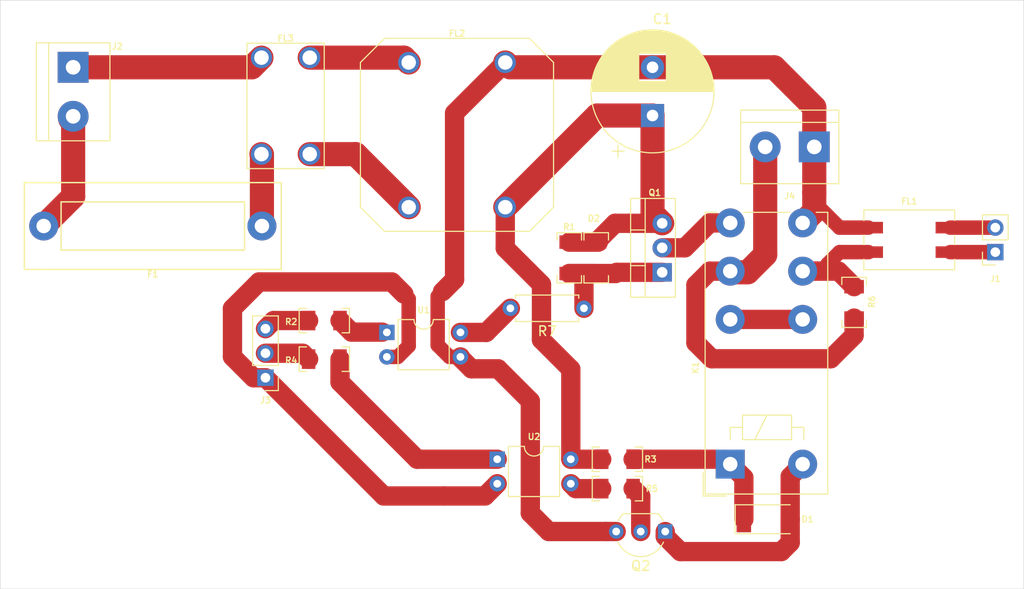
<source format=kicad_pcb>
(kicad_pcb (version 20171130) (host pcbnew "(5.1.4)-1")

  (general
    (thickness 1.6)
    (drawings 4)
    (tracks 123)
    (zones 0)
    (modules 23)
    (nets 25)
  )

  (page A4)
  (layers
    (0 F.Cu signal)
    (31 B.Cu signal)
    (32 B.Adhes user)
    (33 F.Adhes user)
    (34 B.Paste user)
    (35 F.Paste user)
    (36 B.SilkS user)
    (37 F.SilkS user)
    (38 B.Mask user)
    (39 F.Mask user)
    (40 Dwgs.User user)
    (41 Cmts.User user)
    (42 Eco1.User user)
    (43 Eco2.User user)
    (44 Edge.Cuts user)
    (45 Margin user)
    (46 B.CrtYd user)
    (47 F.CrtYd user)
    (48 B.Fab user)
    (49 F.Fab user hide)
  )

  (setup
    (last_trace_width 2.5)
    (user_trace_width 1.5)
    (user_trace_width 2)
    (user_trace_width 2.5)
    (trace_clearance 0.2)
    (zone_clearance 0.508)
    (zone_45_only no)
    (trace_min 0.25)
    (via_size 0.8)
    (via_drill 0.4)
    (via_min_size 0.4)
    (via_min_drill 0.3)
    (uvia_size 0.3)
    (uvia_drill 0.1)
    (uvias_allowed no)
    (uvia_min_size 0.2)
    (uvia_min_drill 0.1)
    (edge_width 0.05)
    (segment_width 0.2)
    (pcb_text_width 0.3)
    (pcb_text_size 1.5 1.5)
    (mod_edge_width 0.12)
    (mod_text_size 1 1)
    (mod_text_width 0.15)
    (pad_size 1.524 1.524)
    (pad_drill 0.762)
    (pad_to_mask_clearance 0.051)
    (solder_mask_min_width 0.25)
    (aux_axis_origin 0 0)
    (grid_origin 90.25 27.5)
    (visible_elements FFFFFF7F)
    (pcbplotparams
      (layerselection 0x010fc_ffffffff)
      (usegerberextensions false)
      (usegerberattributes false)
      (usegerberadvancedattributes false)
      (creategerberjobfile false)
      (excludeedgelayer true)
      (linewidth 0.100000)
      (plotframeref false)
      (viasonmask false)
      (mode 1)
      (useauxorigin false)
      (hpglpennumber 1)
      (hpglpenspeed 20)
      (hpglpendiameter 15.000000)
      (psnegative false)
      (psa4output false)
      (plotreference true)
      (plotvalue true)
      (plotinvisibletext false)
      (padsonsilk false)
      (subtractmaskfromsilk false)
      (outputformat 1)
      (mirror false)
      (drillshape 1)
      (scaleselection 1)
      (outputdirectory ""))
  )

  (net 0 "")
  (net 1 "Net-(D1-Pad1)")
  (net 2 "Net-(D1-Pad2)")
  (net 3 +12V)
  (net 4 "Net-(D2-Pad2)")
  (net 5 Sig_out)
  (net 6 "Net-(FL1-Pad3)")
  (net 7 GNDA)
  (net 8 "Net-(FL1-Pad4)")
  (net 9 "Net-(FL2-Pad1)")
  (net 10 "Net-(FL2-Pad2)")
  (net 11 GNDD)
  (net 12 Relay)
  (net 13 FET)
  (net 14 "Net-(J4-Pad2)")
  (net 15 "Net-(K1-Pad12)")
  (net 16 "Net-(K1-Pad14)")
  (net 17 "Net-(R2-Pad1)")
  (net 18 "Net-(R4-Pad1)")
  (net 19 "Net-(R5-Pad1)")
  (net 20 "Net-(R7-Pad2)")
  (net 21 "Net-(Q2-Pad2)")
  (net 22 "Net-(F1-Pad1)")
  (net 23 "Net-(F1-Pad2)")
  (net 24 "Net-(FL3-Pad1)")

  (net_class Default "This is the default net class."
    (clearance 0.2)
    (trace_width 0.25)
    (via_dia 0.8)
    (via_drill 0.4)
    (uvia_dia 0.3)
    (uvia_drill 0.1)
    (diff_pair_width 1.5)
    (diff_pair_gap 0.25)
    (add_net +12V)
    (add_net FET)
    (add_net GNDA)
    (add_net GNDD)
    (add_net "Net-(D1-Pad1)")
    (add_net "Net-(D1-Pad2)")
    (add_net "Net-(D2-Pad2)")
    (add_net "Net-(F1-Pad1)")
    (add_net "Net-(F1-Pad2)")
    (add_net "Net-(FL1-Pad3)")
    (add_net "Net-(FL1-Pad4)")
    (add_net "Net-(FL2-Pad1)")
    (add_net "Net-(FL2-Pad2)")
    (add_net "Net-(FL3-Pad1)")
    (add_net "Net-(J4-Pad2)")
    (add_net "Net-(K1-Pad12)")
    (add_net "Net-(K1-Pad14)")
    (add_net "Net-(Q2-Pad2)")
    (add_net "Net-(R2-Pad1)")
    (add_net "Net-(R4-Pad1)")
    (add_net "Net-(R5-Pad1)")
    (add_net "Net-(R7-Pad2)")
    (add_net Relay)
    (add_net Sig_out)
  )

  (module Capacitor_THT:CP_Radial_D12.5mm_P5.00mm (layer F.Cu) (tedit 5AE50EF1) (tstamp 606379D2)
    (at 149.8 26.45 90)
    (descr "CP, Radial series, Radial, pin pitch=5.00mm, , diameter=12.5mm, Electrolytic Capacitor")
    (tags "CP Radial series Radial pin pitch 5.00mm  diameter 12.5mm Electrolytic Capacitor")
    (path /606C6F77)
    (fp_text reference C1 (at 10 1 180) (layer F.SilkS)
      (effects (font (size 1 1) (thickness 0.15)))
    )
    (fp_text value CP (at 2.5 7.5 90) (layer F.Fab)
      (effects (font (size 1 1) (thickness 0.15)))
    )
    (fp_circle (center 2.5 0) (end 8.75 0) (layer F.Fab) (width 0.1))
    (fp_circle (center 2.5 0) (end 8.87 0) (layer F.SilkS) (width 0.12))
    (fp_circle (center 2.5 0) (end 9 0) (layer F.CrtYd) (width 0.05))
    (fp_line (start -2.866489 -2.7375) (end -1.616489 -2.7375) (layer F.Fab) (width 0.1))
    (fp_line (start -2.241489 -3.3625) (end -2.241489 -2.1125) (layer F.Fab) (width 0.1))
    (fp_line (start 2.5 -6.33) (end 2.5 6.33) (layer F.SilkS) (width 0.12))
    (fp_line (start 2.54 -6.33) (end 2.54 6.33) (layer F.SilkS) (width 0.12))
    (fp_line (start 2.58 -6.33) (end 2.58 6.33) (layer F.SilkS) (width 0.12))
    (fp_line (start 2.62 -6.329) (end 2.62 6.329) (layer F.SilkS) (width 0.12))
    (fp_line (start 2.66 -6.328) (end 2.66 6.328) (layer F.SilkS) (width 0.12))
    (fp_line (start 2.7 -6.327) (end 2.7 6.327) (layer F.SilkS) (width 0.12))
    (fp_line (start 2.74 -6.326) (end 2.74 6.326) (layer F.SilkS) (width 0.12))
    (fp_line (start 2.78 -6.324) (end 2.78 6.324) (layer F.SilkS) (width 0.12))
    (fp_line (start 2.82 -6.322) (end 2.82 6.322) (layer F.SilkS) (width 0.12))
    (fp_line (start 2.86 -6.32) (end 2.86 6.32) (layer F.SilkS) (width 0.12))
    (fp_line (start 2.9 -6.318) (end 2.9 6.318) (layer F.SilkS) (width 0.12))
    (fp_line (start 2.94 -6.315) (end 2.94 6.315) (layer F.SilkS) (width 0.12))
    (fp_line (start 2.98 -6.312) (end 2.98 6.312) (layer F.SilkS) (width 0.12))
    (fp_line (start 3.02 -6.309) (end 3.02 6.309) (layer F.SilkS) (width 0.12))
    (fp_line (start 3.06 -6.306) (end 3.06 6.306) (layer F.SilkS) (width 0.12))
    (fp_line (start 3.1 -6.302) (end 3.1 6.302) (layer F.SilkS) (width 0.12))
    (fp_line (start 3.14 -6.298) (end 3.14 6.298) (layer F.SilkS) (width 0.12))
    (fp_line (start 3.18 -6.294) (end 3.18 6.294) (layer F.SilkS) (width 0.12))
    (fp_line (start 3.221 -6.29) (end 3.221 6.29) (layer F.SilkS) (width 0.12))
    (fp_line (start 3.261 -6.285) (end 3.261 6.285) (layer F.SilkS) (width 0.12))
    (fp_line (start 3.301 -6.28) (end 3.301 6.28) (layer F.SilkS) (width 0.12))
    (fp_line (start 3.341 -6.275) (end 3.341 6.275) (layer F.SilkS) (width 0.12))
    (fp_line (start 3.381 -6.269) (end 3.381 6.269) (layer F.SilkS) (width 0.12))
    (fp_line (start 3.421 -6.264) (end 3.421 6.264) (layer F.SilkS) (width 0.12))
    (fp_line (start 3.461 -6.258) (end 3.461 6.258) (layer F.SilkS) (width 0.12))
    (fp_line (start 3.501 -6.252) (end 3.501 6.252) (layer F.SilkS) (width 0.12))
    (fp_line (start 3.541 -6.245) (end 3.541 6.245) (layer F.SilkS) (width 0.12))
    (fp_line (start 3.581 -6.238) (end 3.581 -1.44) (layer F.SilkS) (width 0.12))
    (fp_line (start 3.581 1.44) (end 3.581 6.238) (layer F.SilkS) (width 0.12))
    (fp_line (start 3.621 -6.231) (end 3.621 -1.44) (layer F.SilkS) (width 0.12))
    (fp_line (start 3.621 1.44) (end 3.621 6.231) (layer F.SilkS) (width 0.12))
    (fp_line (start 3.661 -6.224) (end 3.661 -1.44) (layer F.SilkS) (width 0.12))
    (fp_line (start 3.661 1.44) (end 3.661 6.224) (layer F.SilkS) (width 0.12))
    (fp_line (start 3.701 -6.216) (end 3.701 -1.44) (layer F.SilkS) (width 0.12))
    (fp_line (start 3.701 1.44) (end 3.701 6.216) (layer F.SilkS) (width 0.12))
    (fp_line (start 3.741 -6.209) (end 3.741 -1.44) (layer F.SilkS) (width 0.12))
    (fp_line (start 3.741 1.44) (end 3.741 6.209) (layer F.SilkS) (width 0.12))
    (fp_line (start 3.781 -6.201) (end 3.781 -1.44) (layer F.SilkS) (width 0.12))
    (fp_line (start 3.781 1.44) (end 3.781 6.201) (layer F.SilkS) (width 0.12))
    (fp_line (start 3.821 -6.192) (end 3.821 -1.44) (layer F.SilkS) (width 0.12))
    (fp_line (start 3.821 1.44) (end 3.821 6.192) (layer F.SilkS) (width 0.12))
    (fp_line (start 3.861 -6.184) (end 3.861 -1.44) (layer F.SilkS) (width 0.12))
    (fp_line (start 3.861 1.44) (end 3.861 6.184) (layer F.SilkS) (width 0.12))
    (fp_line (start 3.901 -6.175) (end 3.901 -1.44) (layer F.SilkS) (width 0.12))
    (fp_line (start 3.901 1.44) (end 3.901 6.175) (layer F.SilkS) (width 0.12))
    (fp_line (start 3.941 -6.166) (end 3.941 -1.44) (layer F.SilkS) (width 0.12))
    (fp_line (start 3.941 1.44) (end 3.941 6.166) (layer F.SilkS) (width 0.12))
    (fp_line (start 3.981 -6.156) (end 3.981 -1.44) (layer F.SilkS) (width 0.12))
    (fp_line (start 3.981 1.44) (end 3.981 6.156) (layer F.SilkS) (width 0.12))
    (fp_line (start 4.021 -6.146) (end 4.021 -1.44) (layer F.SilkS) (width 0.12))
    (fp_line (start 4.021 1.44) (end 4.021 6.146) (layer F.SilkS) (width 0.12))
    (fp_line (start 4.061 -6.137) (end 4.061 -1.44) (layer F.SilkS) (width 0.12))
    (fp_line (start 4.061 1.44) (end 4.061 6.137) (layer F.SilkS) (width 0.12))
    (fp_line (start 4.101 -6.126) (end 4.101 -1.44) (layer F.SilkS) (width 0.12))
    (fp_line (start 4.101 1.44) (end 4.101 6.126) (layer F.SilkS) (width 0.12))
    (fp_line (start 4.141 -6.116) (end 4.141 -1.44) (layer F.SilkS) (width 0.12))
    (fp_line (start 4.141 1.44) (end 4.141 6.116) (layer F.SilkS) (width 0.12))
    (fp_line (start 4.181 -6.105) (end 4.181 -1.44) (layer F.SilkS) (width 0.12))
    (fp_line (start 4.181 1.44) (end 4.181 6.105) (layer F.SilkS) (width 0.12))
    (fp_line (start 4.221 -6.094) (end 4.221 -1.44) (layer F.SilkS) (width 0.12))
    (fp_line (start 4.221 1.44) (end 4.221 6.094) (layer F.SilkS) (width 0.12))
    (fp_line (start 4.261 -6.083) (end 4.261 -1.44) (layer F.SilkS) (width 0.12))
    (fp_line (start 4.261 1.44) (end 4.261 6.083) (layer F.SilkS) (width 0.12))
    (fp_line (start 4.301 -6.071) (end 4.301 -1.44) (layer F.SilkS) (width 0.12))
    (fp_line (start 4.301 1.44) (end 4.301 6.071) (layer F.SilkS) (width 0.12))
    (fp_line (start 4.341 -6.059) (end 4.341 -1.44) (layer F.SilkS) (width 0.12))
    (fp_line (start 4.341 1.44) (end 4.341 6.059) (layer F.SilkS) (width 0.12))
    (fp_line (start 4.381 -6.047) (end 4.381 -1.44) (layer F.SilkS) (width 0.12))
    (fp_line (start 4.381 1.44) (end 4.381 6.047) (layer F.SilkS) (width 0.12))
    (fp_line (start 4.421 -6.034) (end 4.421 -1.44) (layer F.SilkS) (width 0.12))
    (fp_line (start 4.421 1.44) (end 4.421 6.034) (layer F.SilkS) (width 0.12))
    (fp_line (start 4.461 -6.021) (end 4.461 -1.44) (layer F.SilkS) (width 0.12))
    (fp_line (start 4.461 1.44) (end 4.461 6.021) (layer F.SilkS) (width 0.12))
    (fp_line (start 4.501 -6.008) (end 4.501 -1.44) (layer F.SilkS) (width 0.12))
    (fp_line (start 4.501 1.44) (end 4.501 6.008) (layer F.SilkS) (width 0.12))
    (fp_line (start 4.541 -5.995) (end 4.541 -1.44) (layer F.SilkS) (width 0.12))
    (fp_line (start 4.541 1.44) (end 4.541 5.995) (layer F.SilkS) (width 0.12))
    (fp_line (start 4.581 -5.981) (end 4.581 -1.44) (layer F.SilkS) (width 0.12))
    (fp_line (start 4.581 1.44) (end 4.581 5.981) (layer F.SilkS) (width 0.12))
    (fp_line (start 4.621 -5.967) (end 4.621 -1.44) (layer F.SilkS) (width 0.12))
    (fp_line (start 4.621 1.44) (end 4.621 5.967) (layer F.SilkS) (width 0.12))
    (fp_line (start 4.661 -5.953) (end 4.661 -1.44) (layer F.SilkS) (width 0.12))
    (fp_line (start 4.661 1.44) (end 4.661 5.953) (layer F.SilkS) (width 0.12))
    (fp_line (start 4.701 -5.939) (end 4.701 -1.44) (layer F.SilkS) (width 0.12))
    (fp_line (start 4.701 1.44) (end 4.701 5.939) (layer F.SilkS) (width 0.12))
    (fp_line (start 4.741 -5.924) (end 4.741 -1.44) (layer F.SilkS) (width 0.12))
    (fp_line (start 4.741 1.44) (end 4.741 5.924) (layer F.SilkS) (width 0.12))
    (fp_line (start 4.781 -5.908) (end 4.781 -1.44) (layer F.SilkS) (width 0.12))
    (fp_line (start 4.781 1.44) (end 4.781 5.908) (layer F.SilkS) (width 0.12))
    (fp_line (start 4.821 -5.893) (end 4.821 -1.44) (layer F.SilkS) (width 0.12))
    (fp_line (start 4.821 1.44) (end 4.821 5.893) (layer F.SilkS) (width 0.12))
    (fp_line (start 4.861 -5.877) (end 4.861 -1.44) (layer F.SilkS) (width 0.12))
    (fp_line (start 4.861 1.44) (end 4.861 5.877) (layer F.SilkS) (width 0.12))
    (fp_line (start 4.901 -5.861) (end 4.901 -1.44) (layer F.SilkS) (width 0.12))
    (fp_line (start 4.901 1.44) (end 4.901 5.861) (layer F.SilkS) (width 0.12))
    (fp_line (start 4.941 -5.845) (end 4.941 -1.44) (layer F.SilkS) (width 0.12))
    (fp_line (start 4.941 1.44) (end 4.941 5.845) (layer F.SilkS) (width 0.12))
    (fp_line (start 4.981 -5.828) (end 4.981 -1.44) (layer F.SilkS) (width 0.12))
    (fp_line (start 4.981 1.44) (end 4.981 5.828) (layer F.SilkS) (width 0.12))
    (fp_line (start 5.021 -5.811) (end 5.021 -1.44) (layer F.SilkS) (width 0.12))
    (fp_line (start 5.021 1.44) (end 5.021 5.811) (layer F.SilkS) (width 0.12))
    (fp_line (start 5.061 -5.793) (end 5.061 -1.44) (layer F.SilkS) (width 0.12))
    (fp_line (start 5.061 1.44) (end 5.061 5.793) (layer F.SilkS) (width 0.12))
    (fp_line (start 5.101 -5.776) (end 5.101 -1.44) (layer F.SilkS) (width 0.12))
    (fp_line (start 5.101 1.44) (end 5.101 5.776) (layer F.SilkS) (width 0.12))
    (fp_line (start 5.141 -5.758) (end 5.141 -1.44) (layer F.SilkS) (width 0.12))
    (fp_line (start 5.141 1.44) (end 5.141 5.758) (layer F.SilkS) (width 0.12))
    (fp_line (start 5.181 -5.739) (end 5.181 -1.44) (layer F.SilkS) (width 0.12))
    (fp_line (start 5.181 1.44) (end 5.181 5.739) (layer F.SilkS) (width 0.12))
    (fp_line (start 5.221 -5.721) (end 5.221 -1.44) (layer F.SilkS) (width 0.12))
    (fp_line (start 5.221 1.44) (end 5.221 5.721) (layer F.SilkS) (width 0.12))
    (fp_line (start 5.261 -5.702) (end 5.261 -1.44) (layer F.SilkS) (width 0.12))
    (fp_line (start 5.261 1.44) (end 5.261 5.702) (layer F.SilkS) (width 0.12))
    (fp_line (start 5.301 -5.682) (end 5.301 -1.44) (layer F.SilkS) (width 0.12))
    (fp_line (start 5.301 1.44) (end 5.301 5.682) (layer F.SilkS) (width 0.12))
    (fp_line (start 5.341 -5.662) (end 5.341 -1.44) (layer F.SilkS) (width 0.12))
    (fp_line (start 5.341 1.44) (end 5.341 5.662) (layer F.SilkS) (width 0.12))
    (fp_line (start 5.381 -5.642) (end 5.381 -1.44) (layer F.SilkS) (width 0.12))
    (fp_line (start 5.381 1.44) (end 5.381 5.642) (layer F.SilkS) (width 0.12))
    (fp_line (start 5.421 -5.622) (end 5.421 -1.44) (layer F.SilkS) (width 0.12))
    (fp_line (start 5.421 1.44) (end 5.421 5.622) (layer F.SilkS) (width 0.12))
    (fp_line (start 5.461 -5.601) (end 5.461 -1.44) (layer F.SilkS) (width 0.12))
    (fp_line (start 5.461 1.44) (end 5.461 5.601) (layer F.SilkS) (width 0.12))
    (fp_line (start 5.501 -5.58) (end 5.501 -1.44) (layer F.SilkS) (width 0.12))
    (fp_line (start 5.501 1.44) (end 5.501 5.58) (layer F.SilkS) (width 0.12))
    (fp_line (start 5.541 -5.558) (end 5.541 -1.44) (layer F.SilkS) (width 0.12))
    (fp_line (start 5.541 1.44) (end 5.541 5.558) (layer F.SilkS) (width 0.12))
    (fp_line (start 5.581 -5.536) (end 5.581 -1.44) (layer F.SilkS) (width 0.12))
    (fp_line (start 5.581 1.44) (end 5.581 5.536) (layer F.SilkS) (width 0.12))
    (fp_line (start 5.621 -5.514) (end 5.621 -1.44) (layer F.SilkS) (width 0.12))
    (fp_line (start 5.621 1.44) (end 5.621 5.514) (layer F.SilkS) (width 0.12))
    (fp_line (start 5.661 -5.491) (end 5.661 -1.44) (layer F.SilkS) (width 0.12))
    (fp_line (start 5.661 1.44) (end 5.661 5.491) (layer F.SilkS) (width 0.12))
    (fp_line (start 5.701 -5.468) (end 5.701 -1.44) (layer F.SilkS) (width 0.12))
    (fp_line (start 5.701 1.44) (end 5.701 5.468) (layer F.SilkS) (width 0.12))
    (fp_line (start 5.741 -5.445) (end 5.741 -1.44) (layer F.SilkS) (width 0.12))
    (fp_line (start 5.741 1.44) (end 5.741 5.445) (layer F.SilkS) (width 0.12))
    (fp_line (start 5.781 -5.421) (end 5.781 -1.44) (layer F.SilkS) (width 0.12))
    (fp_line (start 5.781 1.44) (end 5.781 5.421) (layer F.SilkS) (width 0.12))
    (fp_line (start 5.821 -5.397) (end 5.821 -1.44) (layer F.SilkS) (width 0.12))
    (fp_line (start 5.821 1.44) (end 5.821 5.397) (layer F.SilkS) (width 0.12))
    (fp_line (start 5.861 -5.372) (end 5.861 -1.44) (layer F.SilkS) (width 0.12))
    (fp_line (start 5.861 1.44) (end 5.861 5.372) (layer F.SilkS) (width 0.12))
    (fp_line (start 5.901 -5.347) (end 5.901 -1.44) (layer F.SilkS) (width 0.12))
    (fp_line (start 5.901 1.44) (end 5.901 5.347) (layer F.SilkS) (width 0.12))
    (fp_line (start 5.941 -5.322) (end 5.941 -1.44) (layer F.SilkS) (width 0.12))
    (fp_line (start 5.941 1.44) (end 5.941 5.322) (layer F.SilkS) (width 0.12))
    (fp_line (start 5.981 -5.296) (end 5.981 -1.44) (layer F.SilkS) (width 0.12))
    (fp_line (start 5.981 1.44) (end 5.981 5.296) (layer F.SilkS) (width 0.12))
    (fp_line (start 6.021 -5.27) (end 6.021 -1.44) (layer F.SilkS) (width 0.12))
    (fp_line (start 6.021 1.44) (end 6.021 5.27) (layer F.SilkS) (width 0.12))
    (fp_line (start 6.061 -5.243) (end 6.061 -1.44) (layer F.SilkS) (width 0.12))
    (fp_line (start 6.061 1.44) (end 6.061 5.243) (layer F.SilkS) (width 0.12))
    (fp_line (start 6.101 -5.216) (end 6.101 -1.44) (layer F.SilkS) (width 0.12))
    (fp_line (start 6.101 1.44) (end 6.101 5.216) (layer F.SilkS) (width 0.12))
    (fp_line (start 6.141 -5.188) (end 6.141 -1.44) (layer F.SilkS) (width 0.12))
    (fp_line (start 6.141 1.44) (end 6.141 5.188) (layer F.SilkS) (width 0.12))
    (fp_line (start 6.181 -5.16) (end 6.181 -1.44) (layer F.SilkS) (width 0.12))
    (fp_line (start 6.181 1.44) (end 6.181 5.16) (layer F.SilkS) (width 0.12))
    (fp_line (start 6.221 -5.131) (end 6.221 -1.44) (layer F.SilkS) (width 0.12))
    (fp_line (start 6.221 1.44) (end 6.221 5.131) (layer F.SilkS) (width 0.12))
    (fp_line (start 6.261 -5.102) (end 6.261 -1.44) (layer F.SilkS) (width 0.12))
    (fp_line (start 6.261 1.44) (end 6.261 5.102) (layer F.SilkS) (width 0.12))
    (fp_line (start 6.301 -5.073) (end 6.301 -1.44) (layer F.SilkS) (width 0.12))
    (fp_line (start 6.301 1.44) (end 6.301 5.073) (layer F.SilkS) (width 0.12))
    (fp_line (start 6.341 -5.043) (end 6.341 -1.44) (layer F.SilkS) (width 0.12))
    (fp_line (start 6.341 1.44) (end 6.341 5.043) (layer F.SilkS) (width 0.12))
    (fp_line (start 6.381 -5.012) (end 6.381 -1.44) (layer F.SilkS) (width 0.12))
    (fp_line (start 6.381 1.44) (end 6.381 5.012) (layer F.SilkS) (width 0.12))
    (fp_line (start 6.421 -4.982) (end 6.421 -1.44) (layer F.SilkS) (width 0.12))
    (fp_line (start 6.421 1.44) (end 6.421 4.982) (layer F.SilkS) (width 0.12))
    (fp_line (start 6.461 -4.95) (end 6.461 4.95) (layer F.SilkS) (width 0.12))
    (fp_line (start 6.501 -4.918) (end 6.501 4.918) (layer F.SilkS) (width 0.12))
    (fp_line (start 6.541 -4.885) (end 6.541 4.885) (layer F.SilkS) (width 0.12))
    (fp_line (start 6.581 -4.852) (end 6.581 4.852) (layer F.SilkS) (width 0.12))
    (fp_line (start 6.621 -4.819) (end 6.621 4.819) (layer F.SilkS) (width 0.12))
    (fp_line (start 6.661 -4.785) (end 6.661 4.785) (layer F.SilkS) (width 0.12))
    (fp_line (start 6.701 -4.75) (end 6.701 4.75) (layer F.SilkS) (width 0.12))
    (fp_line (start 6.741 -4.714) (end 6.741 4.714) (layer F.SilkS) (width 0.12))
    (fp_line (start 6.781 -4.678) (end 6.781 4.678) (layer F.SilkS) (width 0.12))
    (fp_line (start 6.821 -4.642) (end 6.821 4.642) (layer F.SilkS) (width 0.12))
    (fp_line (start 6.861 -4.605) (end 6.861 4.605) (layer F.SilkS) (width 0.12))
    (fp_line (start 6.901 -4.567) (end 6.901 4.567) (layer F.SilkS) (width 0.12))
    (fp_line (start 6.941 -4.528) (end 6.941 4.528) (layer F.SilkS) (width 0.12))
    (fp_line (start 6.981 -4.489) (end 6.981 4.489) (layer F.SilkS) (width 0.12))
    (fp_line (start 7.021 -4.449) (end 7.021 4.449) (layer F.SilkS) (width 0.12))
    (fp_line (start 7.061 -4.408) (end 7.061 4.408) (layer F.SilkS) (width 0.12))
    (fp_line (start 7.101 -4.367) (end 7.101 4.367) (layer F.SilkS) (width 0.12))
    (fp_line (start 7.141 -4.325) (end 7.141 4.325) (layer F.SilkS) (width 0.12))
    (fp_line (start 7.181 -4.282) (end 7.181 4.282) (layer F.SilkS) (width 0.12))
    (fp_line (start 7.221 -4.238) (end 7.221 4.238) (layer F.SilkS) (width 0.12))
    (fp_line (start 7.261 -4.194) (end 7.261 4.194) (layer F.SilkS) (width 0.12))
    (fp_line (start 7.301 -4.148) (end 7.301 4.148) (layer F.SilkS) (width 0.12))
    (fp_line (start 7.341 -4.102) (end 7.341 4.102) (layer F.SilkS) (width 0.12))
    (fp_line (start 7.381 -4.055) (end 7.381 4.055) (layer F.SilkS) (width 0.12))
    (fp_line (start 7.421 -4.007) (end 7.421 4.007) (layer F.SilkS) (width 0.12))
    (fp_line (start 7.461 -3.957) (end 7.461 3.957) (layer F.SilkS) (width 0.12))
    (fp_line (start 7.501 -3.907) (end 7.501 3.907) (layer F.SilkS) (width 0.12))
    (fp_line (start 7.541 -3.856) (end 7.541 3.856) (layer F.SilkS) (width 0.12))
    (fp_line (start 7.581 -3.804) (end 7.581 3.804) (layer F.SilkS) (width 0.12))
    (fp_line (start 7.621 -3.75) (end 7.621 3.75) (layer F.SilkS) (width 0.12))
    (fp_line (start 7.661 -3.696) (end 7.661 3.696) (layer F.SilkS) (width 0.12))
    (fp_line (start 7.701 -3.64) (end 7.701 3.64) (layer F.SilkS) (width 0.12))
    (fp_line (start 7.741 -3.583) (end 7.741 3.583) (layer F.SilkS) (width 0.12))
    (fp_line (start 7.781 -3.524) (end 7.781 3.524) (layer F.SilkS) (width 0.12))
    (fp_line (start 7.821 -3.464) (end 7.821 3.464) (layer F.SilkS) (width 0.12))
    (fp_line (start 7.861 -3.402) (end 7.861 3.402) (layer F.SilkS) (width 0.12))
    (fp_line (start 7.901 -3.339) (end 7.901 3.339) (layer F.SilkS) (width 0.12))
    (fp_line (start 7.941 -3.275) (end 7.941 3.275) (layer F.SilkS) (width 0.12))
    (fp_line (start 7.981 -3.208) (end 7.981 3.208) (layer F.SilkS) (width 0.12))
    (fp_line (start 8.021 -3.14) (end 8.021 3.14) (layer F.SilkS) (width 0.12))
    (fp_line (start 8.061 -3.069) (end 8.061 3.069) (layer F.SilkS) (width 0.12))
    (fp_line (start 8.101 -2.996) (end 8.101 2.996) (layer F.SilkS) (width 0.12))
    (fp_line (start 8.141 -2.921) (end 8.141 2.921) (layer F.SilkS) (width 0.12))
    (fp_line (start 8.181 -2.844) (end 8.181 2.844) (layer F.SilkS) (width 0.12))
    (fp_line (start 8.221 -2.764) (end 8.221 2.764) (layer F.SilkS) (width 0.12))
    (fp_line (start 8.261 -2.681) (end 8.261 2.681) (layer F.SilkS) (width 0.12))
    (fp_line (start 8.301 -2.594) (end 8.301 2.594) (layer F.SilkS) (width 0.12))
    (fp_line (start 8.341 -2.504) (end 8.341 2.504) (layer F.SilkS) (width 0.12))
    (fp_line (start 8.381 -2.41) (end 8.381 2.41) (layer F.SilkS) (width 0.12))
    (fp_line (start 8.421 -2.312) (end 8.421 2.312) (layer F.SilkS) (width 0.12))
    (fp_line (start 8.461 -2.209) (end 8.461 2.209) (layer F.SilkS) (width 0.12))
    (fp_line (start 8.501 -2.1) (end 8.501 2.1) (layer F.SilkS) (width 0.12))
    (fp_line (start 8.541 -1.984) (end 8.541 1.984) (layer F.SilkS) (width 0.12))
    (fp_line (start 8.581 -1.861) (end 8.581 1.861) (layer F.SilkS) (width 0.12))
    (fp_line (start 8.621 -1.728) (end 8.621 1.728) (layer F.SilkS) (width 0.12))
    (fp_line (start 8.661 -1.583) (end 8.661 1.583) (layer F.SilkS) (width 0.12))
    (fp_line (start 8.701 -1.422) (end 8.701 1.422) (layer F.SilkS) (width 0.12))
    (fp_line (start 8.741 -1.241) (end 8.741 1.241) (layer F.SilkS) (width 0.12))
    (fp_line (start 8.781 -1.028) (end 8.781 1.028) (layer F.SilkS) (width 0.12))
    (fp_line (start 8.821 -0.757) (end 8.821 0.757) (layer F.SilkS) (width 0.12))
    (fp_line (start 8.861 -0.317) (end 8.861 0.317) (layer F.SilkS) (width 0.12))
    (fp_line (start -4.317082 -3.575) (end -3.067082 -3.575) (layer F.SilkS) (width 0.12))
    (fp_line (start -3.692082 -4.2) (end -3.692082 -2.95) (layer F.SilkS) (width 0.12))
    (fp_text user %R (at 2.5 0 90) (layer F.Fab)
      (effects (font (size 1 1) (thickness 0.15)))
    )
    (pad 1 thru_hole rect (at 0 0 90) (size 2.4 2.4) (drill 1.2) (layers *.Cu *.Mask)
      (net 3 +12V))
    (pad 2 thru_hole circle (at 5 0 90) (size 2.4 2.4) (drill 1.2) (layers *.Cu *.Mask)
      (net 7 GNDA))
    (model ${KISYS3DMOD}/Capacitor_THT.3dshapes/CP_Radial_D12.5mm_P5.00mm.wrl
      (at (xyz 0 0 0))
      (scale (xyz 1 1 1))
      (rotate (xyz 0 0 0))
    )
  )

  (module Package_TO_SOT_THT:TO-220-3_Vertical (layer F.Cu) (tedit 5AC8BA0D) (tstamp 6063590C)
    (at 150.8 42.7 90)
    (descr "TO-220-3, Vertical, RM 2.54mm, see https://www.vishay.com/docs/66542/to-220-1.pdf")
    (tags "TO-220-3 Vertical RM 2.54mm")
    (path /606E6FCE)
    (fp_text reference Q1 (at 8.255 -0.762 180) (layer F.SilkS)
      (effects (font (size 0.635 0.635) (thickness 0.127)))
    )
    (fp_text value IRF9640 (at 2.54 2.5 90) (layer F.Fab)
      (effects (font (size 1 1) (thickness 0.15)))
    )
    (fp_line (start -2.46 -3.15) (end -2.46 1.25) (layer F.Fab) (width 0.1))
    (fp_line (start -2.46 1.25) (end 7.54 1.25) (layer F.Fab) (width 0.1))
    (fp_line (start 7.54 1.25) (end 7.54 -3.15) (layer F.Fab) (width 0.1))
    (fp_line (start 7.54 -3.15) (end -2.46 -3.15) (layer F.Fab) (width 0.1))
    (fp_line (start -2.46 -1.88) (end 7.54 -1.88) (layer F.Fab) (width 0.1))
    (fp_line (start 0.69 -3.15) (end 0.69 -1.88) (layer F.Fab) (width 0.1))
    (fp_line (start 4.39 -3.15) (end 4.39 -1.88) (layer F.Fab) (width 0.1))
    (fp_line (start -2.58 -3.27) (end 7.66 -3.27) (layer F.SilkS) (width 0.12))
    (fp_line (start -2.58 1.371) (end 7.66 1.371) (layer F.SilkS) (width 0.12))
    (fp_line (start -2.58 -3.27) (end -2.58 1.371) (layer F.SilkS) (width 0.12))
    (fp_line (start 7.66 -3.27) (end 7.66 1.371) (layer F.SilkS) (width 0.12))
    (fp_line (start -2.58 -1.76) (end 7.66 -1.76) (layer F.SilkS) (width 0.12))
    (fp_line (start 0.69 -3.27) (end 0.69 -1.76) (layer F.SilkS) (width 0.12))
    (fp_line (start 4.391 -3.27) (end 4.391 -1.76) (layer F.SilkS) (width 0.12))
    (fp_line (start -2.71 -3.4) (end -2.71 1.51) (layer F.CrtYd) (width 0.05))
    (fp_line (start -2.71 1.51) (end 7.79 1.51) (layer F.CrtYd) (width 0.05))
    (fp_line (start 7.79 1.51) (end 7.79 -3.4) (layer F.CrtYd) (width 0.05))
    (fp_line (start 7.79 -3.4) (end -2.71 -3.4) (layer F.CrtYd) (width 0.05))
    (fp_text user %R (at 2.54 -4.27 90) (layer F.Fab)
      (effects (font (size 1 1) (thickness 0.15)))
    )
    (pad 1 thru_hole rect (at 0 0 90) (size 1.905 2) (drill 1.1) (layers *.Cu *.Mask)
      (net 4 "Net-(D2-Pad2)"))
    (pad 2 thru_hole oval (at 2.54 0 90) (size 1.905 2) (drill 1.1) (layers *.Cu *.Mask)
      (net 16 "Net-(K1-Pad14)"))
    (pad 3 thru_hole oval (at 5.08 0 90) (size 1.905 2) (drill 1.1) (layers *.Cu *.Mask)
      (net 3 +12V))
    (model ${KISYS3DMOD}/Package_TO_SOT_THT.3dshapes/TO-220-3_Vertical.wrl
      (at (xyz 0 0 0))
      (scale (xyz 1 1 1))
      (rotate (xyz 0 0 0))
    )
  )

  (module Mylib_Footprints:Choke2 (layer F.Cu) (tedit 6062E8F7) (tstamp 60633B7F)
    (at 111.8 25.45)
    (path /606A7BEB)
    (fp_text reference FL3 (at 0 -7) (layer F.SilkS)
      (effects (font (size 0.635 0.635) (thickness 0.127)))
    )
    (fp_text value Filter (at 0 -8.5) (layer F.Fab)
      (effects (font (size 1 1) (thickness 0.15)))
    )
    (fp_line (start 4 -6.5) (end 4 0) (layer F.SilkS) (width 0.12))
    (fp_line (start -4 -6.5) (end 4 -6.5) (layer F.SilkS) (width 0.12))
    (fp_line (start -4 6.5) (end -4 -6.5) (layer F.SilkS) (width 0.12))
    (fp_line (start 4 6.5) (end -4 6.5) (layer F.SilkS) (width 0.12))
    (fp_line (start 4 0) (end 4 6.5) (layer F.SilkS) (width 0.12))
    (pad 3 thru_hole circle (at 2.5 5) (size 2.2 2.2) (drill 1.5) (layers *.Cu *.Mask)
      (net 10 "Net-(FL2-Pad2)"))
    (pad 2 thru_hole circle (at -2.5 5) (size 2.2 2.2) (drill 1.5) (layers *.Cu *.Mask)
      (net 22 "Net-(F1-Pad1)"))
    (pad 4 thru_hole circle (at 2.5 -5) (size 2.2 2.2) (drill 1.5) (layers *.Cu *.Mask)
      (net 9 "Net-(FL2-Pad1)"))
    (pad 1 thru_hole circle (at -2.5 -5) (size 2.2 2.2) (drill 1.5) (layers *.Cu *.Mask)
      (net 24 "Net-(FL3-Pad1)"))
  )

  (module Mylib_Footprints:Choke1 (layer F.Cu) (tedit 6062ECED) (tstamp 60637320)
    (at 129.55 28.45)
    (path /606A196F)
    (fp_text reference FL2 (at 0 -10.5) (layer F.SilkS)
      (effects (font (size 0.635 0.635) (thickness 0.127)))
    )
    (fp_text value Filter (at 0 -12) (layer F.Fab)
      (effects (font (size 1 1) (thickness 0.15)))
    )
    (fp_line (start -10 7.5) (end -10 0) (layer F.SilkS) (width 0.12))
    (fp_line (start -7.5 10) (end -10 7.5) (layer F.SilkS) (width 0.12))
    (fp_line (start 7.5 10) (end -7.5 10) (layer F.SilkS) (width 0.12))
    (fp_line (start 10 7.5) (end 7.5 10) (layer F.SilkS) (width 0.12))
    (fp_line (start 10 -7.5) (end 10 7.5) (layer F.SilkS) (width 0.12))
    (fp_line (start 7.5 -10) (end 10 -7.5) (layer F.SilkS) (width 0.12))
    (fp_line (start -7.5 -10) (end 7.5 -10) (layer F.SilkS) (width 0.12))
    (fp_line (start -10 -7.5) (end -7.5 -10) (layer F.SilkS) (width 0.12))
    (fp_line (start -10 0) (end -10 -7.5) (layer F.SilkS) (width 0.12))
    (pad 4 thru_hole circle (at 5 -7.5) (size 2.2 2.2) (drill 1.5) (layers *.Cu *.Mask)
      (net 7 GNDA))
    (pad 3 thru_hole circle (at 5 7.5) (size 2.2 2.2) (drill 1.5) (layers *.Cu *.Mask)
      (net 3 +12V))
    (pad 1 thru_hole circle (at -5 -7.5) (size 2.2 2.2) (drill 1.5) (layers *.Cu *.Mask)
      (net 9 "Net-(FL2-Pad1)"))
    (pad 2 thru_hole circle (at -5 7.5) (size 2.2 2.2) (drill 1.5) (layers *.Cu *.Mask)
      (net 10 "Net-(FL2-Pad2)"))
  )

  (module Diode_SMD:D_MELF (layer F.Cu) (tedit 5905D864) (tstamp 60633B30)
    (at 161.658 68.295)
    (descr "Diode, MELF,,")
    (tags "Diode MELF ")
    (path /6063D575)
    (attr smd)
    (fp_text reference D1 (at 4.191 0) (layer F.SilkS)
      (effects (font (size 0.635 0.635) (thickness 0.127)))
    )
    (fp_text value D (at -0.25 2.5) (layer F.Fab)
      (effects (font (size 1 1) (thickness 0.15)))
    )
    (fp_text user %R (at 0 -2.5) (layer F.Fab)
      (effects (font (size 1 1) (thickness 0.15)))
    )
    (fp_line (start 2.4 -1.5) (end -3.3 -1.5) (layer F.SilkS) (width 0.12))
    (fp_line (start -3.3 -1.5) (end -3.3 1.5) (layer F.SilkS) (width 0.12))
    (fp_line (start -3.3 1.5) (end 2.4 1.5) (layer F.SilkS) (width 0.12))
    (fp_line (start 2.6 -1.3) (end -2.6 -1.3) (layer F.Fab) (width 0.1))
    (fp_line (start -2.6 -1.3) (end -2.6 1.3) (layer F.Fab) (width 0.1))
    (fp_line (start -2.6 1.3) (end 2.6 1.3) (layer F.Fab) (width 0.1))
    (fp_line (start 2.6 1.3) (end 2.6 -1.3) (layer F.Fab) (width 0.1))
    (fp_line (start -0.64944 0.00102) (end -1.55114 0.00102) (layer F.Fab) (width 0.1))
    (fp_line (start 0.50118 0.00102) (end 1.4994 0.00102) (layer F.Fab) (width 0.1))
    (fp_line (start -0.64944 -0.79908) (end -0.64944 0.80112) (layer F.Fab) (width 0.1))
    (fp_line (start 0.50118 0.75032) (end 0.50118 -0.79908) (layer F.Fab) (width 0.1))
    (fp_line (start -0.64944 0.00102) (end 0.50118 0.75032) (layer F.Fab) (width 0.1))
    (fp_line (start -0.64944 0.00102) (end 0.50118 -0.79908) (layer F.Fab) (width 0.1))
    (fp_line (start -3.4 -1.6) (end 3.4 -1.6) (layer F.CrtYd) (width 0.05))
    (fp_line (start 3.4 -1.6) (end 3.4 1.6) (layer F.CrtYd) (width 0.05))
    (fp_line (start 3.4 1.6) (end -3.4 1.6) (layer F.CrtYd) (width 0.05))
    (fp_line (start -3.4 1.6) (end -3.4 -1.6) (layer F.CrtYd) (width 0.05))
    (pad 1 smd rect (at -2.4 0) (size 1.5 2.7) (layers F.Cu F.Paste F.Mask)
      (net 1 "Net-(D1-Pad1)"))
    (pad 2 smd rect (at 2.4 0) (size 1.5 2.7) (layers F.Cu F.Paste F.Mask)
      (net 2 "Net-(D1-Pad2)"))
    (model ${KISYS3DMOD}/Diode_SMD.3dshapes/D_MELF.wrl
      (at (xyz 0 0 0))
      (scale (xyz 1 1 1))
      (rotate (xyz 0 0 0))
    )
  )

  (module Mylib_Footprints:WE-SL2 (layer F.Cu) (tedit 6062DBC2) (tstamp 60633B61)
    (at 176.39 39.339)
    (path /606B7DD7)
    (fp_text reference FL1 (at 0 -4) (layer F.SilkS)
      (effects (font (size 0.635 0.635) (thickness 0.127)))
    )
    (fp_text value Filter (at 0 -4.25) (layer F.Fab)
      (effects (font (size 1 1) (thickness 0.15)))
    )
    (fp_line (start -4.7 -3.1) (end -4.7 -2) (layer F.SilkS) (width 0.12))
    (fp_line (start -4.7 -3.1) (end 4.7 -3.1) (layer F.SilkS) (width 0.12))
    (fp_line (start 4.7 -3.1) (end 4.7 -2) (layer F.SilkS) (width 0.12))
    (fp_line (start 4.7 -0.5) (end 4.7 0.5) (layer F.SilkS) (width 0.12))
    (fp_line (start 4.7 2) (end 4.7 3.1) (layer F.SilkS) (width 0.12))
    (fp_line (start 4.7 3.1) (end -4.7 3.1) (layer F.SilkS) (width 0.12))
    (fp_line (start -4.7 3.1) (end -4.7 2) (layer F.SilkS) (width 0.12))
    (fp_line (start -4.7 0.5) (end -4.7 -0.5) (layer F.SilkS) (width 0.12))
    (pad 2 smd rect (at -4.225 1.27) (size 3 1.2) (layers F.Cu F.Paste F.Mask)
      (net 5 Sig_out))
    (pad 3 smd rect (at 4.225 1.27) (size 3 1.2) (layers F.Cu F.Paste F.Mask)
      (net 6 "Net-(FL1-Pad3)"))
    (pad 1 smd rect (at -4.225 -1.27) (size 3 1.2) (layers F.Cu F.Paste F.Mask)
      (net 7 GNDA))
    (pad 4 smd rect (at 4.225 -1.27) (size 3 1.2) (layers F.Cu F.Paste F.Mask)
      (net 8 "Net-(FL1-Pad4)"))
  )

  (module Connector_PinSocket_2.54mm:PinSocket_1x02_P2.54mm_Vertical (layer F.Cu) (tedit 5A19A420) (tstamp 606347CD)
    (at 185.3 40.609 180)
    (descr "Through hole straight socket strip, 1x02, 2.54mm pitch, single row (from Kicad 4.0.7), script generated")
    (tags "Through hole socket strip THT 1x02 2.54mm single row")
    (path /606BBF03)
    (fp_text reference J1 (at 0 -2.77) (layer F.SilkS)
      (effects (font (size 0.635 0.635) (thickness 0.127)))
    )
    (fp_text value Signal (at 0 5.31) (layer F.Fab)
      (effects (font (size 1 1) (thickness 0.15)))
    )
    (fp_line (start -1.27 -1.27) (end 0.635 -1.27) (layer F.Fab) (width 0.1))
    (fp_line (start 0.635 -1.27) (end 1.27 -0.635) (layer F.Fab) (width 0.1))
    (fp_line (start 1.27 -0.635) (end 1.27 3.81) (layer F.Fab) (width 0.1))
    (fp_line (start 1.27 3.81) (end -1.27 3.81) (layer F.Fab) (width 0.1))
    (fp_line (start -1.27 3.81) (end -1.27 -1.27) (layer F.Fab) (width 0.1))
    (fp_line (start -1.33 1.27) (end 1.33 1.27) (layer F.SilkS) (width 0.12))
    (fp_line (start -1.33 1.27) (end -1.33 3.87) (layer F.SilkS) (width 0.12))
    (fp_line (start -1.33 3.87) (end 1.33 3.87) (layer F.SilkS) (width 0.12))
    (fp_line (start 1.33 1.27) (end 1.33 3.87) (layer F.SilkS) (width 0.12))
    (fp_line (start 1.33 -1.33) (end 1.33 0) (layer F.SilkS) (width 0.12))
    (fp_line (start 0 -1.33) (end 1.33 -1.33) (layer F.SilkS) (width 0.12))
    (fp_line (start -1.8 -1.8) (end 1.75 -1.8) (layer F.CrtYd) (width 0.05))
    (fp_line (start 1.75 -1.8) (end 1.75 4.3) (layer F.CrtYd) (width 0.05))
    (fp_line (start 1.75 4.3) (end -1.8 4.3) (layer F.CrtYd) (width 0.05))
    (fp_line (start -1.8 4.3) (end -1.8 -1.8) (layer F.CrtYd) (width 0.05))
    (fp_text user %R (at 0 1.27 90) (layer F.Fab)
      (effects (font (size 1 1) (thickness 0.15)))
    )
    (pad 1 thru_hole rect (at 0 0 180) (size 1.7 1.7) (drill 1) (layers *.Cu *.Mask)
      (net 6 "Net-(FL1-Pad3)"))
    (pad 2 thru_hole oval (at 0 2.54 180) (size 1.7 1.7) (drill 1) (layers *.Cu *.Mask)
      (net 8 "Net-(FL1-Pad4)"))
    (model ${KISYS3DMOD}/Connector_PinSocket_2.54mm.3dshapes/PinSocket_1x02_P2.54mm_Vertical.wrl
      (at (xyz 0 0 0))
      (scale (xyz 1 1 1))
      (rotate (xyz 0 0 0))
    )
  )

  (module Mylib_Footprints:TerminalBlock_2pin_Pitch5.08mm (layer F.Cu) (tedit 5D8E48EB) (tstamp 60633BA9)
    (at 89.8 21.45 270)
    (descr "simple 2-pin terminal block, pitch 5.08mm, revamped version of bornier2")
    (tags "terminal block bornier2")
    (path /606A9FCE)
    (fp_text reference J2 (at -2.159 -4.572 180) (layer F.SilkS)
      (effects (font (size 0.635 0.635) (thickness 0.127)))
    )
    (fp_text value Power (at 2.54 5.08 90) (layer F.Fab)
      (effects (font (size 1 1) (thickness 0.15)))
    )
    (fp_line (start 7.79 4) (end -2.71 4) (layer F.CrtYd) (width 0.05))
    (fp_line (start 7.79 4) (end 7.79 -4) (layer F.CrtYd) (width 0.05))
    (fp_line (start -2.71 -4) (end -2.71 4) (layer F.CrtYd) (width 0.05))
    (fp_line (start -2.71 -4) (end 7.79 -4) (layer F.CrtYd) (width 0.05))
    (fp_line (start -2.54 3.81) (end 7.62 3.81) (layer F.SilkS) (width 0.12))
    (fp_line (start -2.54 -3.81) (end -2.54 3.81) (layer F.SilkS) (width 0.12))
    (fp_line (start 7.62 -3.81) (end -2.54 -3.81) (layer F.SilkS) (width 0.12))
    (fp_line (start 7.62 3.81) (end 7.62 -3.81) (layer F.SilkS) (width 0.12))
    (fp_line (start 7.62 2.54) (end -2.54 2.54) (layer F.SilkS) (width 0.12))
    (fp_line (start 7.54 -3.75) (end -2.46 -3.75) (layer F.Fab) (width 0.1))
    (fp_line (start 7.54 3.75) (end 7.54 -3.75) (layer F.Fab) (width 0.1))
    (fp_line (start -2.46 3.75) (end 7.54 3.75) (layer F.Fab) (width 0.1))
    (fp_line (start -2.46 -3.75) (end -2.46 3.75) (layer F.Fab) (width 0.1))
    (fp_line (start -2.41 2.55) (end 7.49 2.55) (layer F.Fab) (width 0.1))
    (pad 2 thru_hole circle (at 5.08 0 270) (size 3.2 3.2) (drill 1.52) (layers *.Cu *.Mask)
      (net 23 "Net-(F1-Pad2)"))
    (pad 1 thru_hole rect (at 0 0 270) (size 3.2 3.2) (drill 1.52) (layers *.Cu *.Mask)
      (net 24 "Net-(FL3-Pad1)"))
    (model ${KISYS3DMOD}/Terminal_Blocks.3dshapes/TerminalBlock_bornier-2_P5.08mm.wrl
      (offset (xyz 2.539999961853027 0 0))
      (scale (xyz 1 1 1))
      (rotate (xyz 0 0 0))
    )
  )

  (module Connector_PinHeader_2.54mm:PinHeader_1x03_P2.54mm_Vertical (layer F.Cu) (tedit 59FED5CC) (tstamp 60636D4D)
    (at 109.715 53.627 180)
    (descr "Through hole straight pin header, 1x03, 2.54mm pitch, single row")
    (tags "Through hole pin header THT 1x03 2.54mm single row")
    (path /60620496)
    (fp_text reference J3 (at 0 -2.33) (layer F.SilkS)
      (effects (font (size 0.635 0.635) (thickness 0.127)))
    )
    (fp_text value MCU (at 0 7.41) (layer F.Fab)
      (effects (font (size 1 1) (thickness 0.15)))
    )
    (fp_line (start -0.635 -1.27) (end 1.27 -1.27) (layer F.Fab) (width 0.1))
    (fp_line (start 1.27 -1.27) (end 1.27 6.35) (layer F.Fab) (width 0.1))
    (fp_line (start 1.27 6.35) (end -1.27 6.35) (layer F.Fab) (width 0.1))
    (fp_line (start -1.27 6.35) (end -1.27 -0.635) (layer F.Fab) (width 0.1))
    (fp_line (start -1.27 -0.635) (end -0.635 -1.27) (layer F.Fab) (width 0.1))
    (fp_line (start -1.33 6.41) (end 1.33 6.41) (layer F.SilkS) (width 0.12))
    (fp_line (start -1.33 1.27) (end -1.33 6.41) (layer F.SilkS) (width 0.12))
    (fp_line (start 1.33 1.27) (end 1.33 6.41) (layer F.SilkS) (width 0.12))
    (fp_line (start -1.33 1.27) (end 1.33 1.27) (layer F.SilkS) (width 0.12))
    (fp_line (start -1.33 0) (end -1.33 -1.33) (layer F.SilkS) (width 0.12))
    (fp_line (start -1.33 -1.33) (end 0 -1.33) (layer F.SilkS) (width 0.12))
    (fp_line (start -1.8 -1.8) (end -1.8 6.85) (layer F.CrtYd) (width 0.05))
    (fp_line (start -1.8 6.85) (end 1.8 6.85) (layer F.CrtYd) (width 0.05))
    (fp_line (start 1.8 6.85) (end 1.8 -1.8) (layer F.CrtYd) (width 0.05))
    (fp_line (start 1.8 -1.8) (end -1.8 -1.8) (layer F.CrtYd) (width 0.05))
    (fp_text user %R (at 0 2.54 90) (layer F.Fab)
      (effects (font (size 1 1) (thickness 0.15)))
    )
    (pad 1 thru_hole rect (at 0 0 180) (size 1.7 1.7) (drill 1) (layers *.Cu *.Mask)
      (net 11 GNDD))
    (pad 2 thru_hole oval (at 0 2.54 180) (size 1.7 1.7) (drill 1) (layers *.Cu *.Mask)
      (net 12 Relay))
    (pad 3 thru_hole oval (at 0 5.08 180) (size 1.7 1.7) (drill 1) (layers *.Cu *.Mask)
      (net 13 FET))
    (model ${KISYS3DMOD}/Connector_PinHeader_2.54mm.3dshapes/PinHeader_1x03_P2.54mm_Vertical.wrl
      (at (xyz 0 0 0))
      (scale (xyz 1 1 1))
      (rotate (xyz 0 0 0))
    )
  )

  (module Mylib_Footprints:TerminalBlock_2pin_Pitch5.08mm (layer F.Cu) (tedit 5D8E48EB) (tstamp 60633BD4)
    (at 166.55 29.7 180)
    (descr "simple 2-pin terminal block, pitch 5.08mm, revamped version of bornier2")
    (tags "terminal block bornier2")
    (path /6062DD32)
    (fp_text reference J4 (at 2.54 -5.08) (layer F.SilkS)
      (effects (font (size 0.635 0.635) (thickness 0.127)))
    )
    (fp_text value PPM_sensor (at 2.54 5.08) (layer F.Fab)
      (effects (font (size 1 1) (thickness 0.15)))
    )
    (fp_line (start -2.41 2.55) (end 7.49 2.55) (layer F.Fab) (width 0.1))
    (fp_line (start -2.46 -3.75) (end -2.46 3.75) (layer F.Fab) (width 0.1))
    (fp_line (start -2.46 3.75) (end 7.54 3.75) (layer F.Fab) (width 0.1))
    (fp_line (start 7.54 3.75) (end 7.54 -3.75) (layer F.Fab) (width 0.1))
    (fp_line (start 7.54 -3.75) (end -2.46 -3.75) (layer F.Fab) (width 0.1))
    (fp_line (start 7.62 2.54) (end -2.54 2.54) (layer F.SilkS) (width 0.12))
    (fp_line (start 7.62 3.81) (end 7.62 -3.81) (layer F.SilkS) (width 0.12))
    (fp_line (start 7.62 -3.81) (end -2.54 -3.81) (layer F.SilkS) (width 0.12))
    (fp_line (start -2.54 -3.81) (end -2.54 3.81) (layer F.SilkS) (width 0.12))
    (fp_line (start -2.54 3.81) (end 7.62 3.81) (layer F.SilkS) (width 0.12))
    (fp_line (start -2.71 -4) (end 7.79 -4) (layer F.CrtYd) (width 0.05))
    (fp_line (start -2.71 -4) (end -2.71 4) (layer F.CrtYd) (width 0.05))
    (fp_line (start 7.79 4) (end 7.79 -4) (layer F.CrtYd) (width 0.05))
    (fp_line (start 7.79 4) (end -2.71 4) (layer F.CrtYd) (width 0.05))
    (pad 1 thru_hole rect (at 0 0 180) (size 3.2 3.2) (drill 1.52) (layers *.Cu *.Mask)
      (net 7 GNDA))
    (pad 2 thru_hole circle (at 5.08 0 180) (size 3.2 3.2) (drill 1.52) (layers *.Cu *.Mask)
      (net 14 "Net-(J4-Pad2)"))
    (model ${KISYS3DMOD}/Terminal_Blocks.3dshapes/TerminalBlock_bornier-2_P5.08mm.wrl
      (offset (xyz 2.539999961853027 0 0))
      (scale (xyz 1 1 1))
      (rotate (xyz 0 0 0))
    )
  )

  (module Relay_THT:Relay_DPDT_Finder_40.52 (layer F.Cu) (tedit 5A5B3E92) (tstamp 60636184)
    (at 157.848 62.58 90)
    (descr "Relay DPDT Finder 40.52, Pitch 5mm/7.5mm, https://www.finder-relais.net/de/finder-relais-serie-40.pdf")
    (tags "Relay DPDT Finder 40.52 Pitch 5mm")
    (path /60656328)
    (fp_text reference K1 (at 10 -3.6 90) (layer F.SilkS)
      (effects (font (size 0.635 0.635) (thickness 0.127)))
    )
    (fp_text value FINDER-41.52 (at 12.192 11.43 90) (layer F.Fab)
      (effects (font (size 1 1) (thickness 0.15)))
    )
    (fp_text user %R (at 12.065 3.81 90) (layer F.Fab)
      (effects (font (size 1 1) (thickness 0.15)))
    )
    (fp_line (start -3.3 -0.4) (end -3.3 -2.8) (layer F.SilkS) (width 0.12))
    (fp_line (start -0.9 -2.8) (end -3.3 -2.8) (layer F.SilkS) (width 0.12))
    (fp_line (start -3.1 10.1) (end -3.1 -2.6) (layer F.SilkS) (width 0.12))
    (fp_line (start 26.1 10.1) (end -3.1 10.1) (layer F.SilkS) (width 0.12))
    (fp_line (start 26.1 8.9) (end 26.1 10.1) (layer F.SilkS) (width 0.12))
    (fp_line (start 26.1 1.4) (end 26.1 6.1) (layer F.SilkS) (width 0.12))
    (fp_line (start 26.1 -2.6) (end 26.1 -1.4) (layer F.SilkS) (width 0.12))
    (fp_line (start -3.1 -2.6) (end 26.1 -2.6) (layer F.SilkS) (width 0.12))
    (fp_line (start -2 -2.5) (end -3 -1.4) (layer F.Fab) (width 0.12))
    (fp_line (start 26 -2.5) (end -2 -2.5) (layer F.Fab) (width 0.12))
    (fp_line (start 26 10) (end 26 -2.5) (layer F.Fab) (width 0.12))
    (fp_line (start -3 10) (end 26 10) (layer F.Fab) (width 0.12))
    (fp_line (start -3 -1.4) (end -3 10) (layer F.Fab) (width 0.12))
    (fp_line (start 0 1.8) (end 0 5.8) (layer F.Fab) (width 0.12))
    (fp_line (start 2.54 2.54) (end 5.08 3.81) (layer F.SilkS) (width 0.12))
    (fp_line (start 3.81 6.35) (end 3.81 7.62) (layer F.SilkS) (width 0.12))
    (fp_line (start 3.81 7.62) (end 2.54 7.62) (layer F.SilkS) (width 0.12))
    (fp_line (start 2.54 0) (end 3.81 0) (layer F.SilkS) (width 0.12))
    (fp_line (start 3.81 0) (end 3.81 1.27) (layer F.SilkS) (width 0.12))
    (fp_line (start 3.81 1.27) (end 5.08 1.27) (layer F.SilkS) (width 0.12))
    (fp_line (start 5.08 1.27) (end 5.08 6.35) (layer F.SilkS) (width 0.12))
    (fp_line (start 5.08 6.35) (end 2.54 6.35) (layer F.SilkS) (width 0.12))
    (fp_line (start 2.54 6.35) (end 2.54 1.27) (layer F.SilkS) (width 0.12))
    (fp_line (start 2.54 1.27) (end 3.81 1.27) (layer F.SilkS) (width 0.12))
    (fp_line (start -3.25 -2.75) (end 26.75 -2.75) (layer F.CrtYd) (width 0.05))
    (fp_line (start -3.25 -2.75) (end -3.25 10.25) (layer F.CrtYd) (width 0.05))
    (fp_line (start 26.75 10.25) (end 26.75 -2.75) (layer F.CrtYd) (width 0.05))
    (fp_line (start 26.75 10.25) (end -3.25 10.25) (layer F.CrtYd) (width 0.05))
    (pad A1 thru_hole rect (at 0 0 90) (size 3 3) (drill 1.5) (layers *.Cu *.Mask)
      (net 1 "Net-(D1-Pad1)"))
    (pad A2 thru_hole circle (at 0 7.5 90) (size 3 3) (drill 1.5) (layers *.Cu *.Mask)
      (net 2 "Net-(D1-Pad2)"))
    (pad 11 thru_hole circle (at 20 0 90) (size 3 3) (drill 1.5) (layers *.Cu *.Mask)
      (net 14 "Net-(J4-Pad2)"))
    (pad 24 thru_hole circle (at 25 7.5 90) (size 3 3) (drill 1.5) (layers *.Cu *.Mask)
      (net 7 GNDA))
    (pad 22 thru_hole circle (at 15 7.5 90) (size 3 3) (drill 1.5) (layers *.Cu *.Mask)
      (net 15 "Net-(K1-Pad12)"))
    (pad 12 thru_hole circle (at 15 0 90) (size 3 3) (drill 1.5) (layers *.Cu *.Mask)
      (net 15 "Net-(K1-Pad12)"))
    (pad 21 thru_hole circle (at 20 7.5 90) (size 3 3) (drill 1.5) (layers *.Cu *.Mask)
      (net 5 Sig_out))
    (pad 14 thru_hole circle (at 25 0 90) (size 3 3) (drill 1.5) (layers *.Cu *.Mask)
      (net 16 "Net-(K1-Pad14)"))
    (model ${KISYS3DMOD}/Relay_THT.3dshapes/Relay_DPDT_Finder_40.52.wrl
      (at (xyz 0 0 0))
      (scale (xyz 1 1 1))
      (rotate (xyz 0 0 0))
    )
  )

  (module Package_DIP:DIP-4_W7.62mm (layer F.Cu) (tedit 5A02E8C5) (tstamp 6063A85E)
    (at 122.288 48.928)
    (descr "4-lead though-hole mounted DIP package, row spacing 7.62 mm (300 mils)")
    (tags "THT DIP DIL PDIP 2.54mm 7.62mm 300mil")
    (path /6061B8C8)
    (fp_text reference U1 (at 3.81 -2.33) (layer F.SilkS)
      (effects (font (size 0.635 0.635) (thickness 0.127)))
    )
    (fp_text value LTV-817 (at 3.81 4.87) (layer F.Fab)
      (effects (font (size 1 1) (thickness 0.15)))
    )
    (fp_arc (start 3.81 -1.33) (end 2.81 -1.33) (angle -180) (layer F.SilkS) (width 0.12))
    (fp_line (start 1.635 -1.27) (end 6.985 -1.27) (layer F.Fab) (width 0.1))
    (fp_line (start 6.985 -1.27) (end 6.985 3.81) (layer F.Fab) (width 0.1))
    (fp_line (start 6.985 3.81) (end 0.635 3.81) (layer F.Fab) (width 0.1))
    (fp_line (start 0.635 3.81) (end 0.635 -0.27) (layer F.Fab) (width 0.1))
    (fp_line (start 0.635 -0.27) (end 1.635 -1.27) (layer F.Fab) (width 0.1))
    (fp_line (start 2.81 -1.33) (end 1.16 -1.33) (layer F.SilkS) (width 0.12))
    (fp_line (start 1.16 -1.33) (end 1.16 3.87) (layer F.SilkS) (width 0.12))
    (fp_line (start 1.16 3.87) (end 6.46 3.87) (layer F.SilkS) (width 0.12))
    (fp_line (start 6.46 3.87) (end 6.46 -1.33) (layer F.SilkS) (width 0.12))
    (fp_line (start 6.46 -1.33) (end 4.81 -1.33) (layer F.SilkS) (width 0.12))
    (fp_line (start -1.1 -1.55) (end -1.1 4.1) (layer F.CrtYd) (width 0.05))
    (fp_line (start -1.1 4.1) (end 8.7 4.1) (layer F.CrtYd) (width 0.05))
    (fp_line (start 8.7 4.1) (end 8.7 -1.55) (layer F.CrtYd) (width 0.05))
    (fp_line (start 8.7 -1.55) (end -1.1 -1.55) (layer F.CrtYd) (width 0.05))
    (fp_text user %R (at 3.81 1.27) (layer F.Fab)
      (effects (font (size 1 1) (thickness 0.15)))
    )
    (pad 1 thru_hole rect (at 0 0) (size 1.6 1.6) (drill 0.8) (layers *.Cu *.Mask)
      (net 17 "Net-(R2-Pad1)"))
    (pad 3 thru_hole oval (at 7.62 2.54) (size 1.6 1.6) (drill 0.8) (layers *.Cu *.Mask)
      (net 7 GNDA))
    (pad 2 thru_hole oval (at 0 2.54) (size 1.6 1.6) (drill 0.8) (layers *.Cu *.Mask)
      (net 11 GNDD))
    (pad 4 thru_hole oval (at 7.62 0) (size 1.6 1.6) (drill 0.8) (layers *.Cu *.Mask)
      (net 20 "Net-(R7-Pad2)"))
    (model ${KISYS3DMOD}/Package_DIP.3dshapes/DIP-4_W7.62mm.wrl
      (at (xyz 0 0 0))
      (scale (xyz 1 1 1))
      (rotate (xyz 0 0 0))
    )
  )

  (module Package_DIP:DIP-4_W7.62mm (layer F.Cu) (tedit 5A02E8C5) (tstamp 60636C82)
    (at 133.718 62.072)
    (descr "4-lead though-hole mounted DIP package, row spacing 7.62 mm (300 mils)")
    (tags "THT DIP DIL PDIP 2.54mm 7.62mm 300mil")
    (path /6061EB9E)
    (fp_text reference U2 (at 3.81 -2.33) (layer F.SilkS)
      (effects (font (size 0.635 0.635) (thickness 0.127)))
    )
    (fp_text value LTV-817 (at 3.81 4.87) (layer F.Fab)
      (effects (font (size 1 1) (thickness 0.15)))
    )
    (fp_text user %R (at 3.81 1.27) (layer F.Fab)
      (effects (font (size 1 1) (thickness 0.15)))
    )
    (fp_line (start 8.7 -1.55) (end -1.1 -1.55) (layer F.CrtYd) (width 0.05))
    (fp_line (start 8.7 4.1) (end 8.7 -1.55) (layer F.CrtYd) (width 0.05))
    (fp_line (start -1.1 4.1) (end 8.7 4.1) (layer F.CrtYd) (width 0.05))
    (fp_line (start -1.1 -1.55) (end -1.1 4.1) (layer F.CrtYd) (width 0.05))
    (fp_line (start 6.46 -1.33) (end 4.81 -1.33) (layer F.SilkS) (width 0.12))
    (fp_line (start 6.46 3.87) (end 6.46 -1.33) (layer F.SilkS) (width 0.12))
    (fp_line (start 1.16 3.87) (end 6.46 3.87) (layer F.SilkS) (width 0.12))
    (fp_line (start 1.16 -1.33) (end 1.16 3.87) (layer F.SilkS) (width 0.12))
    (fp_line (start 2.81 -1.33) (end 1.16 -1.33) (layer F.SilkS) (width 0.12))
    (fp_line (start 0.635 -0.27) (end 1.635 -1.27) (layer F.Fab) (width 0.1))
    (fp_line (start 0.635 3.81) (end 0.635 -0.27) (layer F.Fab) (width 0.1))
    (fp_line (start 6.985 3.81) (end 0.635 3.81) (layer F.Fab) (width 0.1))
    (fp_line (start 6.985 -1.27) (end 6.985 3.81) (layer F.Fab) (width 0.1))
    (fp_line (start 1.635 -1.27) (end 6.985 -1.27) (layer F.Fab) (width 0.1))
    (fp_arc (start 3.81 -1.33) (end 2.81 -1.33) (angle -180) (layer F.SilkS) (width 0.12))
    (pad 4 thru_hole oval (at 7.62 0) (size 1.6 1.6) (drill 0.8) (layers *.Cu *.Mask)
      (net 3 +12V))
    (pad 2 thru_hole oval (at 0 2.54) (size 1.6 1.6) (drill 0.8) (layers *.Cu *.Mask)
      (net 11 GNDD))
    (pad 3 thru_hole oval (at 7.62 2.54) (size 1.6 1.6) (drill 0.8) (layers *.Cu *.Mask)
      (net 19 "Net-(R5-Pad1)"))
    (pad 1 thru_hole rect (at 0 0) (size 1.6 1.6) (drill 0.8) (layers *.Cu *.Mask)
      (net 18 "Net-(R4-Pad1)"))
    (model ${KISYS3DMOD}/Package_DIP.3dshapes/DIP-4_W7.62mm.wrl
      (at (xyz 0 0 0))
      (scale (xyz 1 1 1))
      (rotate (xyz 0 0 0))
    )
  )

  (module Mylib_Footprints:R1206 (layer F.Cu) (tedit 5D8C71D4) (tstamp 606354B5)
    (at 146.164 62.072)
    (path /606398AF)
    (fp_text reference R3 (at 3.429 0) (layer F.SilkS)
      (effects (font (size 0.635 0.635) (thickness 0.127)))
    )
    (fp_text value 0 (at -0.1905 -2.921) (layer F.Fab)
      (effects (font (size 1 1) (thickness 0.15)))
    )
    (fp_line (start 2.6035 1.27) (end 1.8415 1.27) (layer F.SilkS) (width 0.12))
    (fp_line (start 2.6035 1.27) (end 2.6035 -1.27) (layer F.SilkS) (width 0.12))
    (fp_line (start 2.6035 -1.27) (end 1.8415 -1.27) (layer F.SilkS) (width 0.12))
    (fp_line (start -2.6035 -1.27) (end -1.8415 -1.27) (layer F.SilkS) (width 0.12))
    (fp_line (start -2.6035 1.27) (end -1.8415 1.27) (layer F.SilkS) (width 0.12))
    (fp_line (start -2.6035 -1.27) (end -2.6035 1.27) (layer F.SilkS) (width 0.12))
    (pad 2 smd rect (at 1.6256 0) (size 1.397 2.032) (layers F.Cu F.Paste F.Mask)
      (net 1 "Net-(D1-Pad1)"))
    (pad 1 smd rect (at -1.6256 0) (size 1.397 2.032) (layers F.Cu F.Paste F.Mask)
      (net 3 +12V))
  )

  (module Mylib_Footprints:R1206 (layer F.Cu) (tedit 5D8C71D4) (tstamp 60635F2F)
    (at 141.175 41.2 270)
    (path /60629393)
    (fp_text reference R1 (at -3.2004 0 180) (layer F.SilkS)
      (effects (font (size 0.635 0.635) (thickness 0.127)))
    )
    (fp_text value 2k2 (at -0.1905 -2.921 90) (layer F.Fab)
      (effects (font (size 1 1) (thickness 0.15)))
    )
    (fp_line (start 2.6035 1.27) (end 1.8415 1.27) (layer F.SilkS) (width 0.12))
    (fp_line (start 2.6035 1.27) (end 2.6035 -1.27) (layer F.SilkS) (width 0.12))
    (fp_line (start 2.6035 -1.27) (end 1.8415 -1.27) (layer F.SilkS) (width 0.12))
    (fp_line (start -2.6035 -1.27) (end -1.8415 -1.27) (layer F.SilkS) (width 0.12))
    (fp_line (start -2.6035 1.27) (end -1.8415 1.27) (layer F.SilkS) (width 0.12))
    (fp_line (start -2.6035 -1.27) (end -2.6035 1.27) (layer F.SilkS) (width 0.12))
    (pad 2 smd rect (at 1.6256 0 270) (size 1.397 2.032) (layers F.Cu F.Paste F.Mask)
      (net 4 "Net-(D2-Pad2)"))
    (pad 1 smd rect (at -1.6256 0 270) (size 1.397 2.032) (layers F.Cu F.Paste F.Mask)
      (net 3 +12V))
  )

  (module Mylib_Footprints:R1206 (layer F.Cu) (tedit 5D8C71D4) (tstamp 60636D21)
    (at 115.811 47.7 180)
    (path /606E9D4C)
    (fp_text reference R2 (at 3.429 -0.127) (layer F.SilkS)
      (effects (font (size 0.635 0.635) (thickness 0.127)))
    )
    (fp_text value 470 (at -0.1905 -2.921) (layer F.Fab)
      (effects (font (size 1 1) (thickness 0.15)))
    )
    (fp_line (start -2.6035 -1.27) (end -2.6035 1.27) (layer F.SilkS) (width 0.12))
    (fp_line (start -2.6035 1.27) (end -1.8415 1.27) (layer F.SilkS) (width 0.12))
    (fp_line (start -2.6035 -1.27) (end -1.8415 -1.27) (layer F.SilkS) (width 0.12))
    (fp_line (start 2.6035 -1.27) (end 1.8415 -1.27) (layer F.SilkS) (width 0.12))
    (fp_line (start 2.6035 1.27) (end 2.6035 -1.27) (layer F.SilkS) (width 0.12))
    (fp_line (start 2.6035 1.27) (end 1.8415 1.27) (layer F.SilkS) (width 0.12))
    (pad 1 smd rect (at -1.6256 0 180) (size 1.397 2.032) (layers F.Cu F.Paste F.Mask)
      (net 17 "Net-(R2-Pad1)"))
    (pad 2 smd rect (at 1.6256 0 180) (size 1.397 2.032) (layers F.Cu F.Paste F.Mask)
      (net 13 FET))
  )

  (module Mylib_Footprints:R1206 (layer F.Cu) (tedit 5D8C71D4) (tstamp 60636D00)
    (at 115.811 51.7 180)
    (path /606EBFD4)
    (fp_text reference R4 (at 3.429 -0.127) (layer F.SilkS)
      (effects (font (size 0.635 0.635) (thickness 0.127)))
    )
    (fp_text value 470 (at -0.1905 -2.921) (layer F.Fab)
      (effects (font (size 1 1) (thickness 0.15)))
    )
    (fp_line (start 2.6035 1.27) (end 1.8415 1.27) (layer F.SilkS) (width 0.12))
    (fp_line (start 2.6035 1.27) (end 2.6035 -1.27) (layer F.SilkS) (width 0.12))
    (fp_line (start 2.6035 -1.27) (end 1.8415 -1.27) (layer F.SilkS) (width 0.12))
    (fp_line (start -2.6035 -1.27) (end -1.8415 -1.27) (layer F.SilkS) (width 0.12))
    (fp_line (start -2.6035 1.27) (end -1.8415 1.27) (layer F.SilkS) (width 0.12))
    (fp_line (start -2.6035 -1.27) (end -2.6035 1.27) (layer F.SilkS) (width 0.12))
    (pad 2 smd rect (at 1.6256 0 180) (size 1.397 2.032) (layers F.Cu F.Paste F.Mask)
      (net 12 Relay))
    (pad 1 smd rect (at -1.6256 0 180) (size 1.397 2.032) (layers F.Cu F.Paste F.Mask)
      (net 18 "Net-(R4-Pad1)"))
  )

  (module Mylib_Footprints:R1206 (layer F.Cu) (tedit 5D8C71D4) (tstamp 60635E17)
    (at 146.164 65.12)
    (path /606430A2)
    (fp_text reference R5 (at 3.556 0) (layer F.SilkS)
      (effects (font (size 0.635 0.635) (thickness 0.127)))
    )
    (fp_text value 4k7 (at -0.1905 -2.921) (layer F.Fab)
      (effects (font (size 1 1) (thickness 0.15)))
    )
    (fp_line (start -2.6035 -1.27) (end -2.6035 1.27) (layer F.SilkS) (width 0.12))
    (fp_line (start -2.6035 1.27) (end -1.8415 1.27) (layer F.SilkS) (width 0.12))
    (fp_line (start -2.6035 -1.27) (end -1.8415 -1.27) (layer F.SilkS) (width 0.12))
    (fp_line (start 2.6035 -1.27) (end 1.8415 -1.27) (layer F.SilkS) (width 0.12))
    (fp_line (start 2.6035 1.27) (end 2.6035 -1.27) (layer F.SilkS) (width 0.12))
    (fp_line (start 2.6035 1.27) (end 1.8415 1.27) (layer F.SilkS) (width 0.12))
    (pad 1 smd rect (at -1.6256 0) (size 1.397 2.032) (layers F.Cu F.Paste F.Mask)
      (net 19 "Net-(R5-Pad1)"))
    (pad 2 smd rect (at 1.6256 0) (size 1.397 2.032) (layers F.Cu F.Paste F.Mask)
      (net 21 "Net-(Q2-Pad2)"))
  )

  (module Mylib_Footprints:R1206 (layer F.Cu) (tedit 5D8C71D4) (tstamp 60635E22)
    (at 170.675 45.816 270)
    (path /6065111E)
    (fp_text reference R6 (at -0.0635 -1.8415 90) (layer F.SilkS)
      (effects (font (size 0.635 0.635) (thickness 0.127)))
    )
    (fp_text value 10k (at -0.1905 -2.921 90) (layer F.Fab)
      (effects (font (size 1 1) (thickness 0.15)))
    )
    (fp_line (start 2.6035 1.27) (end 1.8415 1.27) (layer F.SilkS) (width 0.12))
    (fp_line (start 2.6035 1.27) (end 2.6035 -1.27) (layer F.SilkS) (width 0.12))
    (fp_line (start 2.6035 -1.27) (end 1.8415 -1.27) (layer F.SilkS) (width 0.12))
    (fp_line (start -2.6035 -1.27) (end -1.8415 -1.27) (layer F.SilkS) (width 0.12))
    (fp_line (start -2.6035 1.27) (end -1.8415 1.27) (layer F.SilkS) (width 0.12))
    (fp_line (start -2.6035 -1.27) (end -2.6035 1.27) (layer F.SilkS) (width 0.12))
    (pad 2 smd rect (at 1.6256 0 270) (size 1.397 2.032) (layers F.Cu F.Paste F.Mask)
      (net 14 "Net-(J4-Pad2)"))
    (pad 1 smd rect (at -1.6256 0 270) (size 1.397 2.032) (layers F.Cu F.Paste F.Mask)
      (net 5 Sig_out))
  )

  (module Mylib_Footprints:R1206 (layer F.Cu) (tedit 5D8C71D4) (tstamp 60635F02)
    (at 143.969 41.2 270)
    (path /606DED27)
    (fp_text reference D2 (at -4.0894 0.254 180) (layer F.SilkS)
      (effects (font (size 0.635 0.635) (thickness 0.127)))
    )
    (fp_text value 15V (at -0.1905 -2.921 90) (layer F.Fab)
      (effects (font (size 1 1) (thickness 0.15)))
    )
    (fp_line (start 2.6035 1.27) (end 1.8415 1.27) (layer F.SilkS) (width 0.12))
    (fp_line (start 2.6035 1.27) (end 2.6035 -1.27) (layer F.SilkS) (width 0.12))
    (fp_line (start 2.6035 -1.27) (end 1.8415 -1.27) (layer F.SilkS) (width 0.12))
    (fp_line (start -2.6035 -1.27) (end -1.8415 -1.27) (layer F.SilkS) (width 0.12))
    (fp_line (start -2.6035 1.27) (end -1.8415 1.27) (layer F.SilkS) (width 0.12))
    (fp_line (start -2.6035 -1.27) (end -2.6035 1.27) (layer F.SilkS) (width 0.12))
    (pad 2 smd rect (at 1.6256 0 270) (size 1.397 2.032) (layers F.Cu F.Paste F.Mask)
      (net 4 "Net-(D2-Pad2)"))
    (pad 1 smd rect (at -1.6256 0 270) (size 1.397 2.032) (layers F.Cu F.Paste F.Mask)
      (net 3 +12V))
  )

  (module Package_TO_SOT_THT:TO-92_Inline_Wide (layer F.Cu) (tedit 5A02FF81) (tstamp 6063665C)
    (at 151.117 69.565 180)
    (descr "TO-92 leads in-line, wide, drill 0.75mm (see NXP sot054_po.pdf)")
    (tags "to-92 sc-43 sc-43a sot54 PA33 transistor")
    (path /60678DF7)
    (fp_text reference Q2 (at 2.54 -3.56) (layer F.SilkS)
      (effects (font (size 1 1) (thickness 0.15)))
    )
    (fp_text value BC547 (at 2.54 2.79) (layer F.Fab)
      (effects (font (size 1 1) (thickness 0.15)))
    )
    (fp_text user %R (at 2.54 -3.56) (layer F.Fab)
      (effects (font (size 1 1) (thickness 0.15)))
    )
    (fp_line (start 0.74 1.85) (end 4.34 1.85) (layer F.SilkS) (width 0.12))
    (fp_line (start 0.8 1.75) (end 4.3 1.75) (layer F.Fab) (width 0.1))
    (fp_line (start -1.01 -2.73) (end 6.09 -2.73) (layer F.CrtYd) (width 0.05))
    (fp_line (start -1.01 -2.73) (end -1.01 2.01) (layer F.CrtYd) (width 0.05))
    (fp_line (start 6.09 2.01) (end 6.09 -2.73) (layer F.CrtYd) (width 0.05))
    (fp_line (start 6.09 2.01) (end -1.01 2.01) (layer F.CrtYd) (width 0.05))
    (fp_arc (start 2.54 0) (end 0.74 1.85) (angle 20) (layer F.SilkS) (width 0.12))
    (fp_arc (start 2.54 0) (end 2.54 -2.6) (angle -65) (layer F.SilkS) (width 0.12))
    (fp_arc (start 2.54 0) (end 2.54 -2.6) (angle 65) (layer F.SilkS) (width 0.12))
    (fp_arc (start 2.54 0) (end 2.54 -2.48) (angle 135) (layer F.Fab) (width 0.1))
    (fp_arc (start 2.54 0) (end 2.54 -2.48) (angle -135) (layer F.Fab) (width 0.1))
    (fp_arc (start 2.54 0) (end 4.34 1.85) (angle -20) (layer F.SilkS) (width 0.12))
    (pad 2 thru_hole circle (at 2.54 0 270) (size 1.5 1.5) (drill 0.8) (layers *.Cu *.Mask)
      (net 21 "Net-(Q2-Pad2)"))
    (pad 3 thru_hole circle (at 5.08 0 270) (size 1.5 1.5) (drill 0.8) (layers *.Cu *.Mask)
      (net 7 GNDA))
    (pad 1 thru_hole rect (at 0 0 270) (size 1.5 1.5) (drill 0.8) (layers *.Cu *.Mask)
      (net 2 "Net-(D1-Pad2)"))
    (model ${KISYS3DMOD}/Package_TO_SOT_THT.3dshapes/TO-92_Inline_Wide.wrl
      (at (xyz 0 0 0))
      (scale (xyz 1 1 1))
      (rotate (xyz 0 0 0))
    )
  )

  (module Resistor_THT:R_Axial_DIN0207_L6.3mm_D2.5mm_P7.62mm_Horizontal (layer F.Cu) (tedit 5AE5139B) (tstamp 60636AB6)
    (at 142.699 46.428 180)
    (descr "Resistor, Axial_DIN0207 series, Axial, Horizontal, pin pitch=7.62mm, 0.25W = 1/4W, length*diameter=6.3*2.5mm^2, http://cdn-reichelt.de/documents/datenblatt/B400/1_4W%23YAG.pdf")
    (tags "Resistor Axial_DIN0207 series Axial Horizontal pin pitch 7.62mm 0.25W = 1/4W length 6.3mm diameter 2.5mm")
    (path /606DACB4)
    (fp_text reference R7 (at 3.81 -2.37) (layer F.SilkS)
      (effects (font (size 1 1) (thickness 0.15)))
    )
    (fp_text value 1k (at 3.81 2.37) (layer F.Fab)
      (effects (font (size 1 1) (thickness 0.15)))
    )
    (fp_line (start 0.66 -1.25) (end 0.66 1.25) (layer F.Fab) (width 0.1))
    (fp_line (start 0.66 1.25) (end 6.96 1.25) (layer F.Fab) (width 0.1))
    (fp_line (start 6.96 1.25) (end 6.96 -1.25) (layer F.Fab) (width 0.1))
    (fp_line (start 6.96 -1.25) (end 0.66 -1.25) (layer F.Fab) (width 0.1))
    (fp_line (start 0 0) (end 0.66 0) (layer F.Fab) (width 0.1))
    (fp_line (start 7.62 0) (end 6.96 0) (layer F.Fab) (width 0.1))
    (fp_line (start 0.54 -1.04) (end 0.54 -1.37) (layer F.SilkS) (width 0.12))
    (fp_line (start 0.54 -1.37) (end 7.08 -1.37) (layer F.SilkS) (width 0.12))
    (fp_line (start 7.08 -1.37) (end 7.08 -1.04) (layer F.SilkS) (width 0.12))
    (fp_line (start 0.54 1.04) (end 0.54 1.37) (layer F.SilkS) (width 0.12))
    (fp_line (start 0.54 1.37) (end 7.08 1.37) (layer F.SilkS) (width 0.12))
    (fp_line (start 7.08 1.37) (end 7.08 1.04) (layer F.SilkS) (width 0.12))
    (fp_line (start -1.05 -1.5) (end -1.05 1.5) (layer F.CrtYd) (width 0.05))
    (fp_line (start -1.05 1.5) (end 8.67 1.5) (layer F.CrtYd) (width 0.05))
    (fp_line (start 8.67 1.5) (end 8.67 -1.5) (layer F.CrtYd) (width 0.05))
    (fp_line (start 8.67 -1.5) (end -1.05 -1.5) (layer F.CrtYd) (width 0.05))
    (fp_text user %R (at 3.81 0) (layer F.Fab)
      (effects (font (size 1 1) (thickness 0.15)))
    )
    (pad 1 thru_hole circle (at 0 0 180) (size 1.6 1.6) (drill 0.8) (layers *.Cu *.Mask)
      (net 4 "Net-(D2-Pad2)"))
    (pad 2 thru_hole oval (at 7.62 0 180) (size 1.6 1.6) (drill 0.8) (layers *.Cu *.Mask)
      (net 20 "Net-(R7-Pad2)"))
    (model ${KISYS3DMOD}/Resistor_THT.3dshapes/R_Axial_DIN0207_L6.3mm_D2.5mm_P7.62mm_Horizontal.wrl
      (at (xyz 0 0 0))
      (scale (xyz 1 1 1))
      (rotate (xyz 0 0 0))
    )
  )

  (module Mylib_Footprints:Fuse_Holder-PTF15 (layer F.Cu) (tedit 5D8F0FAC) (tstamp 606375DB)
    (at 98.05 37.9 180)
    (path /606C5CEC)
    (fp_text reference F1 (at 0 -5) (layer F.SilkS)
      (effects (font (size 0.635 0.635) (thickness 0.127)))
    )
    (fp_text value Fuse (at 0 -7.5) (layer F.Fab)
      (effects (font (size 1 1) (thickness 0.15)))
    )
    (fp_line (start -11.3 -4.5) (end 11.2 -4.5) (layer F.SilkS) (width 0.15))
    (fp_line (start -11.3 4.5) (end 11.2 4.5) (layer F.SilkS) (width 0.15))
    (fp_line (start -11.3 -4.5) (end -13.3 -4.5) (layer F.SilkS) (width 0.15))
    (fp_line (start -13.3 -4.5) (end -13.3 4.5) (layer F.SilkS) (width 0.15))
    (fp_line (start -13.3 4.5) (end -11.3 4.5) (layer F.SilkS) (width 0.15))
    (fp_line (start 11.2 4.5) (end 13.3 4.5) (layer F.SilkS) (width 0.15))
    (fp_line (start 13.3 4.5) (end 13.3 -4.5) (layer F.SilkS) (width 0.15))
    (fp_line (start 13.3 -4.5) (end 11.2 -4.5) (layer F.SilkS) (width 0.15))
    (fp_line (start -9.5 -2.5) (end -9.5 2.5) (layer F.SilkS) (width 0.15))
    (fp_line (start -9.5 2.5) (end 9.5 2.5) (layer F.SilkS) (width 0.15))
    (fp_line (start 9.5 2.5) (end 9.5 -2.5) (layer F.SilkS) (width 0.15))
    (fp_line (start 9.5 -2.5) (end -9.5 -2.5) (layer F.SilkS) (width 0.15))
    (pad 1 thru_hole circle (at -11.3 0 180) (size 3 3) (drill 1.5) (layers *.Cu *.Mask)
      (net 22 "Net-(F1-Pad1)"))
    (pad 2 thru_hole circle (at 11.3 0 180) (size 3 3) (drill 1.5) (layers *.Cu *.Mask)
      (net 23 "Net-(F1-Pad2)"))
  )

  (gr_line (start 82.25 75.5) (end 82.25 14.5) (layer Edge.Cuts) (width 0.05) (tstamp 60639320))
  (gr_line (start 188.25 75.5) (end 82.25 75.5) (layer Edge.Cuts) (width 0.05) (tstamp 6063931D))
  (gr_line (start 188.25 14.5) (end 188.25 75.5) (layer Edge.Cuts) (width 0.05))
  (gr_line (start 82.25 14.5) (end 188.25 14.5) (layer Edge.Cuts) (width 0.05))

  (segment (start 157.34 62.072) (end 157.848 62.58) (width 2) (layer F.Cu) (net 1) (status 30))
  (segment (start 147.7896 62.072) (end 157.34 62.072) (width 2) (layer F.Cu) (net 1) (status 30))
  (segment (start 159.258 63.99) (end 157.848 62.58) (width 2) (layer F.Cu) (net 1) (status 30))
  (segment (start 159.258 68.295) (end 159.258 63.99) (width 2) (layer F.Cu) (net 1) (status 30))
  (segment (start 164.058 63.87) (end 165.348 62.58) (width 2) (layer F.Cu) (net 2) (status 20))
  (segment (start 164.058 68.295) (end 164.058 63.87) (width 2) (layer F.Cu) (net 2) (status 10))
  (segment (start 164.058 70.721) (end 164.058 68.295) (width 2) (layer F.Cu) (net 2) (status 20))
  (segment (start 163.134 71.645) (end 164.058 70.721) (width 2) (layer F.Cu) (net 2))
  (segment (start 152.689 71.645) (end 163.134 71.645) (width 2) (layer F.Cu) (net 2))
  (segment (start 151.117 69.565) (end 151.117 70.073) (width 2) (layer F.Cu) (net 2) (status 30))
  (segment (start 151.117 70.073) (end 152.689 71.645) (width 2) (layer F.Cu) (net 2) (status 10))
  (segment (start 144.5384 62.072) (end 141.338 62.072) (width 2) (layer F.Cu) (net 3) (status 30))
  (segment (start 141.175 39.5744) (end 144.191 39.5744) (width 2) (layer F.Cu) (net 3))
  (segment (start 145.9234 37.62) (end 143.969 39.5744) (width 2) (layer F.Cu) (net 3))
  (segment (start 150.8 37.62) (end 147.38 37.62) (width 2) (layer F.Cu) (net 3))
  (segment (start 147.38 37.62) (end 145.9234 37.62) (width 2) (layer F.Cu) (net 3))
  (segment (start 149.8 36.62) (end 150.8 37.62) (width 2.5) (layer F.Cu) (net 3))
  (segment (start 149.8 26.45) (end 149.8 36.62) (width 2.5) (layer F.Cu) (net 3))
  (segment (start 144.05 26.45) (end 134.55 35.95) (width 2.5) (layer F.Cu) (net 3))
  (segment (start 149.8 26.45) (end 144.05 26.45) (width 2.5) (layer F.Cu) (net 3))
  (segment (start 134.55 35.95) (end 134.55 40.2) (width 2) (layer F.Cu) (net 3))
  (segment (start 134.55 40.2) (end 138.3 43.95) (width 2) (layer F.Cu) (net 3))
  (segment (start 138.3 43.95) (end 138.3 49.7) (width 2) (layer F.Cu) (net 3))
  (segment (start 141.338 52.738) (end 141.338 62.072) (width 2) (layer F.Cu) (net 3))
  (segment (start 138.3 49.7) (end 141.338 52.738) (width 2) (layer F.Cu) (net 3))
  (segment (start 142.699 42.8502) (end 142.6744 42.8256) (width 2) (layer F.Cu) (net 4))
  (segment (start 142.699 46.428) (end 142.699 42.8502) (width 2) (layer F.Cu) (net 4) (status 10))
  (segment (start 141.175 42.8256) (end 142.6744 42.8256) (width 2) (layer F.Cu) (net 4) (status 10))
  (segment (start 142.6744 42.8256) (end 143.969 42.8256) (width 2) (layer F.Cu) (net 4) (status 20))
  (segment (start 150.8 42.7) (end 146.0934 42.7) (width 2) (layer F.Cu) (net 4) (status 10))
  (segment (start 145.9678 42.8256) (end 141.175 42.8256) (width 2) (layer F.Cu) (net 4))
  (segment (start 146.0934 42.7) (end 145.9678 42.8256) (width 2) (layer F.Cu) (net 4))
  (segment (start 169.0646 42.58) (end 170.675 44.1904) (width 2) (layer F.Cu) (net 5) (status 20))
  (segment (start 165.348 42.58) (end 169.0646 42.58) (width 2) (layer F.Cu) (net 5) (status 10))
  (segment (start 167.92 41.854) (end 167.92 42.58) (width 1.5) (layer F.Cu) (net 5))
  (segment (start 169.165 40.609) (end 167.92 41.854) (width 1.5) (layer F.Cu) (net 5))
  (segment (start 172.165 40.609) (end 169.165 40.609) (width 1.5) (layer F.Cu) (net 5) (status 10))
  (segment (start 165.348 42.58) (end 167.92 42.58) (width 2) (layer F.Cu) (net 5) (status 10))
  (segment (start 180.615 40.609) (end 185.3 40.609) (width 1.5) (layer F.Cu) (net 6) (status 30))
  (segment (start 165.837 38.069) (end 165.348 37.58) (width 1.5) (layer F.Cu) (net 7) (status 30))
  (segment (start 166.55 36.378) (end 165.348 37.58) (width 2.5) (layer F.Cu) (net 7))
  (segment (start 166.55 35.454) (end 166.55 34.45) (width 1.5) (layer F.Cu) (net 7))
  (segment (start 169.165 38.069) (end 166.55 35.454) (width 1.5) (layer F.Cu) (net 7))
  (segment (start 172.165 38.069) (end 169.165 38.069) (width 1.5) (layer F.Cu) (net 7))
  (segment (start 166.55 29.7) (end 166.55 34.45) (width 2.5) (layer F.Cu) (net 7))
  (segment (start 166.55 34.45) (end 166.55 36.378) (width 2.5) (layer F.Cu) (net 7))
  (segment (start 144.97634 69.565) (end 146.037 69.565) (width 2) (layer F.Cu) (net 7) (status 20))
  (segment (start 129.908 51.558) (end 129.908 51.468) (width 2) (layer F.Cu) (net 7))
  (segment (start 139.052 69.565) (end 137.147 67.66) (width 2) (layer F.Cu) (net 7))
  (segment (start 144.97634 69.565) (end 139.052 69.565) (width 2) (layer F.Cu) (net 7))
  (segment (start 137.147 67.66) (end 137.147 56.047) (width 2) (layer F.Cu) (net 7))
  (segment (start 137.147 56.047) (end 133.8 52.7) (width 2) (layer F.Cu) (net 7))
  (segment (start 133.8 52.7) (end 131.05 52.7) (width 2) (layer F.Cu) (net 7))
  (segment (start 131.05 52.7) (end 129.908 51.558) (width 2) (layer F.Cu) (net 7))
  (segment (start 127.55 45.2) (end 128.05 44.7) (width 1.5) (layer F.Cu) (net 7))
  (segment (start 127.55 50.24137) (end 127.55 45.2) (width 1.5) (layer F.Cu) (net 7))
  (segment (start 129.908 51.468) (end 128.77663 51.468) (width 1.5) (layer F.Cu) (net 7))
  (segment (start 128.77663 51.468) (end 127.55 50.24137) (width 1.5) (layer F.Cu) (net 7))
  (segment (start 133.450001 22.049999) (end 134.55 20.95) (width 2) (layer F.Cu) (net 7))
  (segment (start 129.3 43.45) (end 129.3 26.2) (width 2) (layer F.Cu) (net 7))
  (segment (start 129.3 26.2) (end 133.450001 22.049999) (width 2) (layer F.Cu) (net 7))
  (segment (start 128.05 44.7) (end 129.3 43.45) (width 2) (layer F.Cu) (net 7))
  (segment (start 135.05 21.45) (end 149.8 21.45) (width 2.5) (layer F.Cu) (net 7))
  (segment (start 134.55 20.95) (end 135.05 21.45) (width 2.5) (layer F.Cu) (net 7))
  (segment (start 162.4 21.45) (end 149.8 21.45) (width 2.5) (layer F.Cu) (net 7))
  (segment (start 166.55 29.7) (end 166.55 25.6) (width 2.5) (layer F.Cu) (net 7))
  (segment (start 166.55 25.6) (end 162.4 21.45) (width 2.5) (layer F.Cu) (net 7))
  (segment (start 185.3 38.069) (end 180.615 38.069) (width 1.5) (layer F.Cu) (net 8) (status 30))
  (segment (start 124.05 20.45) (end 124.55 20.95) (width 2.5) (layer F.Cu) (net 9))
  (segment (start 114.3 20.45) (end 124.05 20.45) (width 2.5) (layer F.Cu) (net 9))
  (segment (start 119.05 30.45) (end 124.55 35.95) (width 2.5) (layer F.Cu) (net 10))
  (segment (start 114.3 30.45) (end 119.05 30.45) (width 2.5) (layer F.Cu) (net 10))
  (segment (start 121.97 65.882) (end 128.232 65.882) (width 2) (layer F.Cu) (net 11))
  (segment (start 109.715 53.627) (end 121.97 65.882) (width 2) (layer F.Cu) (net 11))
  (segment (start 128.232 65.882) (end 132.448 65.882) (width 2) (layer F.Cu) (net 11))
  (segment (start 132.448 65.882) (end 133.718 64.612) (width 2) (layer F.Cu) (net 11) (status 20))
  (segment (start 123.41937 51.468) (end 124.55 50.33737) (width 1.5) (layer F.Cu) (net 11))
  (segment (start 122.288 51.468) (end 123.41937 51.468) (width 1.5) (layer F.Cu) (net 11))
  (segment (start 124.55 45.45) (end 122.8 43.7) (width 1.5) (layer F.Cu) (net 11))
  (segment (start 124.55 50.33737) (end 124.55 45.45) (width 1.5) (layer F.Cu) (net 11))
  (segment (start 122.8 43.7) (end 124.05 44.95) (width 2) (layer F.Cu) (net 11))
  (segment (start 109.05 43.7) (end 122.8 43.7) (width 2) (layer F.Cu) (net 11))
  (segment (start 106.3 46.45) (end 109.05 43.7) (width 2) (layer F.Cu) (net 11))
  (segment (start 106.3 51.45) (end 106.3 46.45) (width 2) (layer F.Cu) (net 11))
  (segment (start 109.715 53.627) (end 108.477 53.627) (width 2) (layer F.Cu) (net 11))
  (segment (start 108.477 53.627) (end 106.3 51.45) (width 2) (layer F.Cu) (net 11))
  (segment (start 113.5724 51.087) (end 114.1854 51.7) (width 2) (layer F.Cu) (net 12))
  (segment (start 109.715 51.087) (end 113.5724 51.087) (width 2) (layer F.Cu) (net 12))
  (segment (start 110.562 47.7) (end 109.715 48.547) (width 2) (layer F.Cu) (net 13))
  (segment (start 114.1854 47.7) (end 110.562 47.7) (width 2) (layer F.Cu) (net 13))
  (segment (start 170.675 49.245) (end 170.675 47.4416) (width 2) (layer F.Cu) (net 14) (status 20))
  (segment (start 155.72668 42.58) (end 154.292 44.01468) (width 2) (layer F.Cu) (net 14))
  (segment (start 157.848 42.58) (end 155.72668 42.58) (width 2) (layer F.Cu) (net 14) (status 10))
  (segment (start 154.292 44.01468) (end 154.292 50.007) (width 2) (layer F.Cu) (net 14))
  (segment (start 154.292 50.007) (end 155.943 51.658) (width 2) (layer F.Cu) (net 14))
  (segment (start 155.943 51.658) (end 168.262 51.658) (width 2) (layer F.Cu) (net 14))
  (segment (start 168.262 51.658) (end 170.675 49.245) (width 2) (layer F.Cu) (net 14))
  (segment (start 157.968 42.7) (end 157.848 42.58) (width 2.5) (layer F.Cu) (net 14))
  (segment (start 159.648 42.7) (end 157.968 42.7) (width 2.5) (layer F.Cu) (net 14))
  (segment (start 161.47 29.7) (end 161.47 40.878) (width 2.5) (layer F.Cu) (net 14))
  (segment (start 161.47 40.878) (end 159.648 42.7) (width 2.5) (layer F.Cu) (net 14))
  (segment (start 157.848 47.58) (end 165.348 47.58) (width 2) (layer F.Cu) (net 15) (status 30))
  (segment (start 155.72668 37.58) (end 157.848 37.58) (width 2) (layer F.Cu) (net 16))
  (segment (start 150.8 40.16) (end 153.14668 40.16) (width 2) (layer F.Cu) (net 16))
  (segment (start 153.14668 40.16) (end 155.72668 37.58) (width 2) (layer F.Cu) (net 16))
  (segment (start 118.6366 48.9) (end 117.4366 47.7) (width 2) (layer F.Cu) (net 17))
  (segment (start 121.816 48.9) (end 118.6366 48.9) (width 2) (layer F.Cu) (net 17))
  (segment (start 125.422 62.072) (end 133.718 62.072) (width 2) (layer F.Cu) (net 18))
  (segment (start 117.4366 51.7) (end 117.4366 54.0866) (width 2) (layer F.Cu) (net 18))
  (segment (start 117.4366 54.0866) (end 125.422 62.072) (width 2) (layer F.Cu) (net 18))
  (segment (start 141.846 65.12) (end 141.338 64.612) (width 2) (layer F.Cu) (net 19) (status 30))
  (segment (start 144.5384 65.12) (end 141.846 65.12) (width 2) (layer F.Cu) (net 19) (status 30))
  (segment (start 132.579 48.928) (end 135.079 46.428) (width 2) (layer F.Cu) (net 20))
  (segment (start 129.908 48.928) (end 132.579 48.928) (width 2) (layer F.Cu) (net 20))
  (segment (start 148.577 65.9074) (end 148.577 69.565) (width 2) (layer F.Cu) (net 21) (status 20))
  (segment (start 147.7896 65.12) (end 148.577 65.9074) (width 2) (layer F.Cu) (net 21) (status 10))
  (segment (start 109.35 30.5) (end 109.3 30.45) (width 2.5) (layer F.Cu) (net 22))
  (segment (start 109.35 37.9) (end 109.35 30.5) (width 2.5) (layer F.Cu) (net 22))
  (segment (start 89.5 26.83) (end 89.8 26.53) (width 2.5) (layer F.Cu) (net 23))
  (segment (start 89.8 34.85) (end 86.75 37.9) (width 2.5) (layer F.Cu) (net 23))
  (segment (start 89.8 26.53) (end 89.8 34.85) (width 2.5) (layer F.Cu) (net 23))
  (segment (start 108.3 21.45) (end 109.3 20.45) (width 2.5) (layer F.Cu) (net 24))
  (segment (start 89.8 21.45) (end 108.3 21.45) (width 2.5) (layer F.Cu) (net 24))

)

</source>
